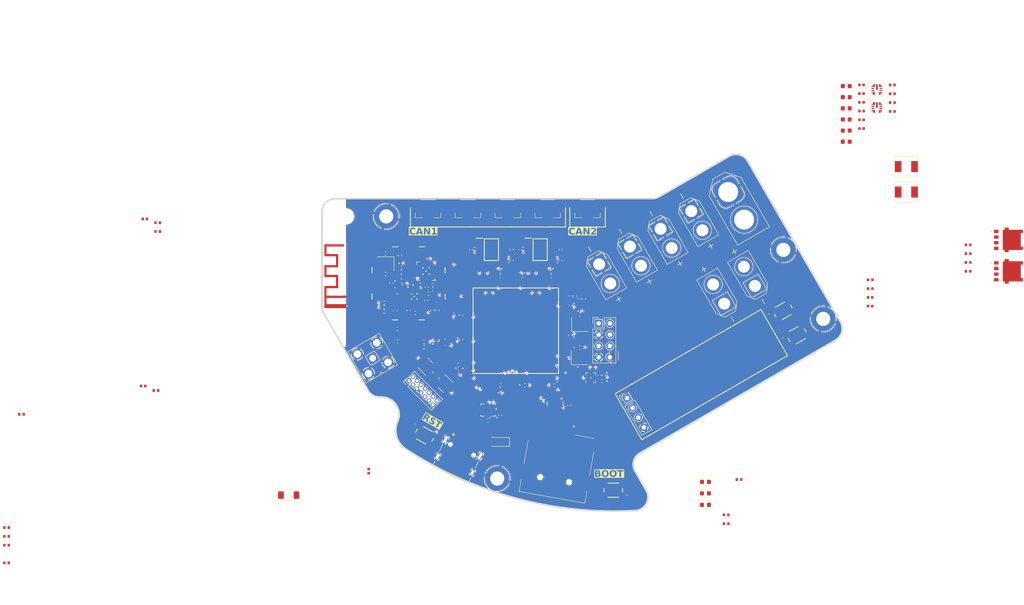
<source format=kicad_pcb>
(kicad_pcb (version 20221018) (generator pcbnew)
  (layers (0 "F.Cu" signal) (1 "In1.Cu" signal) (2 "In2.Cu" signal) (31 "B.Cu" signal) (34 "B.Paste" user) (35 "F.Paste" user) (36 "B.SilkS" user "B.Silkscreen") (37 "F.SilkS" user "F.Silkscreen") (38 "B.Mask" user) (39 "F.Mask" user) (44 "Edge.Cuts" user))
  (net 0 "")
  (net 1 "+3V3")
  (net 2 "GND")
  (net 3 "+5V")
  (net 4 "+3.3V")
  (net 69 "VBUS")
  (net 70 "/Microcontroller/LEDR_K")
  (net 71 "/Microcontroller/LEDG_K")
  (net 72 "/Microcontroller/LEDB_K")
  (net 73 "/Microcontroller/CC1")
  (net 74 "/Microcontroller/CC2")
  (net 77 "/Power/RP_PMOS_G")
  (net 78 "/Microcontroller/DAT2")
  (net 79 "/Microcontroller/DAT3")
  (net 80 "/Microcontroller/CMD")
  (net 81 "/Microcontroller/CLK")
  (net 82 "/Microcontroller/DAT0")
  (net 83 "/Microcontroller/DAT1")
  (net 85 "/Wireless/DVDD")
  (net 86 "/Wireless/ANT2_50")
  (net 87 "/Wireless/VDD_PA")
  (net 88 "/Wireless/XC1")
  (net 89 "/Wireless/XC2")
  (net 90 "/Wireless/ANT2")
  (net 91 "/Wireless/ANT1")
  (net 92 "/Wireless/IREF")
  (net 93 "/Wireless/ANT_PCB")
  (net 94 "/Wireless/ANT_F1")
  (net 95 "/Wireless/ANT_F2")
  (net 96 "/Wireless/ANT_SMA")
  (net 97 "/Microcontroller/SDMMC2_CD")
  (net 98 "/Microcontroller/SDMMC2_D2")
  (net 99 "/Microcontroller/SDMMC2_D3")
  (net 100 "/Microcontroller/SDMMC2_CMD")
  (net 101 "/Microcontroller/SDMMC2_CLK")
  (net 102 "/Microcontroller/SDMMC2_D0")
  (net 103 "/Microcontroller/SDMMC2_D1")
  (net 104 "/Microcontroller/USB_DP")
  (net 105 "/Microcontroller/USB_DN")
  (net 106 "/Wireless/TXEN")
  (net 107 "/Wireless/RXEN")
  (net 108 "/Wireless/VCTL")
  (net 109 "/Wireless/RF2")
  (net 111 "/Microcontroller/CAN1_SILENT")
  (net 112 "/Microcontroller/CAN2_SILENT")
  (net 113 "/Microcontroller/MAG_C1")
  (net 114 "VBAT")
  (net 115 "/Power/VCC_5V")
  (net 116 "/Power/SW_5V")
  (net 117 "/Power/BOOT_5V")
  (net 118 "/Power/VCC_3V3")
  (net 119 "/Power/SW_3V3")
  (net 120 "/Power/BOOT_3V3")
  (net 121 "/Power/FV_5V")
  (net 122 "/Power/FV_3V3")
  (net 125 "/Microcontroller/OSC_32")
  (net 126 "/Microcontroller/OSC")
  (net 127 "/Microcontroller/NRST")
  (net 128 "/Microcontroller/BTN1")
  (net 129 "/Microcontroller/BOOT")
  (net 130 "/Microcontroller/BTN2")
  (net 131 "/Microcontroller/LEDR")
  (net 132 "/Microcontroller/LEDG")
  (net 133 "/Microcontroller/LEDB")
  (net 134 "/Microcontroller/CAN1_TX")
  (net 135 "/Microcontroller/CAN1_RX")
  (net 136 "/Microcontroller/CAN1_L")
  (net 137 "/Microcontroller/CAN1_H")
  (net 138 "/Microcontroller/CAN2_TX")
  (net 139 "/Microcontroller/CAN2_RX")
  (net 140 "/Microcontroller/CAN2_L")
  (net 141 "/Microcontroller/CAN2_H")
  (net 144 "/Microcontroller/SWDIO")
  (net 145 "/Microcontroller/SWCLK")
  (net 146 "/Microcontroller/SWO")
  (net 149 "/Microcontroller/USART1_RX")
  (net 150 "/Microcontroller/USART1_TX")
  (net 151 "/Microcontroller/I2C1_SDA")
  (net 152 "/Microcontroller/I2C1_SCL")
  (net 153 "/Power/TRIG1_D")
  (net 154 "/Power/TRIG2_D")
  (net 155 "/Power/TRIG1_G")
  (net 156 "/Power/TRIG1")
  (net 157 "/Power/TRIG2_G")
  (net 158 "/Power/TRIG2")
  (net 159 "/Microcontroller/NRF24_CE")
  (net 168 "/Microcontroller/SPI4_SCK")
  (net 169 "/Microcontroller/MAG_INT")
  (net 170 "/Microcontroller/MAG_DRDY")
  (net 171 "/Microcontroller/SPI4_MISO")
  (net 172 "/Microcontroller/SPI4_CS")
  (net 173 "/Microcontroller/SPI4_MOSI")
  (net 174 "/Microcontroller/NRF24_IRQ")
  (net 175 "/Microcontroller/SPI2.MISO")
  (net 176 "/Microcontroller/SPI2.MOSI")
  (net 177 "/Microcontroller/SPI2.SCK")
  (net 178 "/Microcontroller/SPI2.CS")
  (net 185 "/Microcontroller/I2C3_SCL")
  (net 186 "/Microcontroller/I2C3_SDA")
  (net 187 "/Microcontroller/EEPROM_WC")
  (net 188 "/Microcontroller/VDDA")
  (net 189 "/Microcontroller/VREF+")
  (net 190 "/Microcontroller/VCAP1")
  (net 191 "/Microcontroller/VCAP2")
  (net 192 "VSYS")
  (net 193 "/Wireless/RFC")
  (net 194 "/Microcontroller/NRF24_MODE")
  (net 199 "/Microcontroller/SPI3_CS")
  (net 200 "/Microcontroller/SPI3_SCK")
  (net 201 "/Microcontroller/SPI3_MISO")
  (net 202 "/Microcontroller/SPI3_MOSI")
  (net 205 "/Microcontroller/IMU_INT1")
  (net 206 "/Microcontroller/IMU_INT2")
  (footprint "Capacitor_SMD:C_0402_1005Metric" (layer "F.Cu") (at 218.53 50.99)
    (fp_text reference "C312" hide)
    (fp_text value "100n")
  )
  (footprint "Capacitor_SMD:C_0402_1005Metric" (layer "F.Cu") (at 111.1 91.7)
    (fp_text reference "C410" hide)
    (fp_text value "22p")
  )
  (footprint "SSL Footprints:SOIC127P600X175-8N" (layer "F.Cu") (at 135 86.2)
    (fp_text reference "IC202" hide)
    (fp_text value "TJA1057GT/3" hide)
  )
  (footprint "Inductor_SMD:L_Chilisin_BMRA00040420" (layer "F.Cu") (at 228.65 73.2)
    (fp_text reference "L305" hide)
    (fp_text value "4u7")
  )
  (footprint "Package_LGA:LGA-12_2x2mm_P0.5mm" (layer "F.Cu") (at 157.4 115.1 90)
    (fp_text reference "U206" hide)
    (fp_text value "LIS3MDL")
  )
  (footprint "Capacitor_SMD:C_0402_1005Metric" (layer "F.Cu") (at 152.9 98.8 90)
    (fp_text reference "C218" hide)
    (fp_text value "100n")
  )
  (footprint "Capacitor_SMD:C_0402_1005Metric" (layer "F.Cu") (at 128.2 101 90)
    (fp_text reference "C206" hide)
    (fp_text value "100n")
  )
  (footprint "Capacitor_SMD:C_0402_1005Metric" (layer "F.Cu") (at 152.6 121.4 90)
    (fp_text reference "C222" hide)
    (fp_text value "10u")
  )
  (footprint "Resistor_SMD:R_0402_1005Metric" (layer "F.Cu") (at 187.98 146.06)
    (fp_text reference "R211" hide)
    (fp_text value "2k7")
  )
  (footprint "Capacitor_SMD:C_0402_1005Metric" (layer "F.Cu") (at 220.48 96.98)
    (fp_text reference "C204" hide)
    (fp_text value "10n")
  )
  (footprint "Resistor_SMD:R_0402_1005Metric" (layer "F.Cu") (at 119.8 108.2)
    (fp_text reference "R214" hide)
    (fp_text value "4k7")
  )
  (footprint "SSL Footprints:TS204225WT160SMTTRMSL" (layer "F.Cu") (at 200.85 100.04404 30)
    (fp_text reference "S201" hide)
    (fp_text value "TS20-42-25-WT-160-SMT-TR" hide)
  )
  (footprint "Resistor_SMD:R_0402_1005Metric" (layer "F.Cu") (at 25.57 150.92)
    (fp_text reference "R204" hide)
    (fp_text value "4k7")
  )
  (footprint "Resistor_SMD:R_0402_1005Metric" (layer "F.Cu") (at 110.8 99.2)
    (fp_text reference "R404" hide)
    (fp_text value "1k")
  )
  (footprint "Capacitor_SMD:C_0402_1005Metric" (layer "F.Cu") (at 137 123.6 -90)
    (fp_text reference "C229" hide)
    (fp_text value "100n")
  )
  (footprint "Capacitor_SMD:C_0402_1005Metric" (layer "F.Cu") (at 112.375 93.75 -90)
    (fp_text reference "C408" hide)
    (fp_text value "10n")
  )
  (footprint "Capacitor_SMD:C_0603_1608Metric" (layer "F.Cu") (at 215.09 59.33)
    (fp_text reference "C319" hide)
    (fp_text value "22u")
  )
  (footprint "Resistor_SMD:R_0402_1005Metric" (layer "F.Cu") (at 225.49 51.02)
    (fp_text reference "R309" hide)
    (fp_text value "12k4")
  )
  (footprint "Capacitor_SMD:C_0402_1005Metric" (layer "F.Cu") (at 107.3 136.2 90)
    (fp_text reference "C203" hide)
    (fp_text value "10n")
  )
  (footprint "Resistor_SMD:R_0402_1005Metric" (layer "F.Cu") (at 242.59 85.12)
    (fp_text reference "R312" hide)
    (fp_text value "10R")
  )
  (footprint "Package_TO_SOT_SMD:SOT-23-6" (layer "F.Cu") (at 120.1 112.3 135)
    (fp_text reference "U202" hide)
    (fp_text value "USBLC6-4SC6")
  )
  (footprint "Resistor_SMD:R_0402_1005Metric" (layer "F.Cu") (at 121.7 99.9 90)
    (fp_text reference "R407" hide)
    (fp_text value "22k")
  )
  (footprint "Package_DFN_QFN:QFN-20-1EP_4x4mm_P0.5mm_EP2.5x2.5mm" (layer "F.Cu") (at 120.275 91.05 180)
    (fp_text reference "U401" hide)
    (fp_text value "NRF24L01")
  )
  (footprint "SSL Footprints:SKY13453385LF" (layer "F.Cu") (at 114.175 95.05)
    (fp_text reference "S401" hide)
    (fp_text value "SKY13453-385LF" hide)
  )
  (footprint "Capacitor_SMD:C_0402_1005Metric" (layer "F.Cu") (at 159.4 114.5 90)
    (fp_text reference "C228" hide)
    (fp_text value "100n")
  )
  (footprint "Capacitor_SMD:C_0402_1005Metric" (layer "F.Cu") (at 218.53 56.9)
    (fp_text reference "C321" hide)
    (fp_text value "100n")
  )
  (footprint "Capacitor_SMD:C_0603_1608Metric" (layer "F.Cu") (at 215.09 49.29)
    (fp_text reference "C313" hide)
    (fp_text value "2u2")
  )
  (footprint "Connector_PinHeader_2.54mm:PinHeader_2x04_P2.54mm_Vertical" (layer "F.Cu") (at 159.21 102.86)
    (fp_text reference "J204" hide)
    (fp_text value "Conn_02x04_Odd_Even")
  )
  (footprint "Capacitor_SMD:C_0402_1005Metric" (layer "F.Cu") (at 127.2 101 90)
    (fp_text reference "C208" hide)
    (fp_text value "100n")
  )
  (footprint "Connector_PinHeader_1.27mm:PinHeader_2x07_P1.27mm_Vertical" (layer "F.Cu") (at 116.407898 115.803949 45)
    (fp_text reference "J205" hide)
    (fp_text value "Conn_ST_STDC14")
  )
  (footprint "Resistor_SMD:R_0402_1005Metric" (layer "F.Cu") (at 118.975 94.15)
    (fp_text reference "R401" hide)
    (fp_text value "22k")
  )
  (footprint "SSL Footprints:Texas_SWRA117D_2.4GHz_Right" (layer "F.Cu") (at 102.4375 96.85 90)
    (fp_text reference "AE401" hide)
    (fp_text value "Antenna")
  )
  (footprint "Capacitor_SMD:C_0402_1005Metric" (layer "F.Cu") (at 113.78 106.9 180)
    (fp_text reference "C417" hide)
    (fp_text value "1p5")
  )
  (footprint "Inductor_SMD:L_0402_1005Metric" (layer "F.Cu") (at 116.175 91.8 90)
    (fp_text reference "L401" hide)
    (fp_text value "3n9")
  )
  (footprint "SSL Footprints:SMS202F" (layer "F.Cu") (at 116.3 93.8)
    (fp_text reference "SH401" hide)
    (fp_text value "SMS-202F" hide)
  )
  (footprint "Resistor_SMD:R_0402_1005Metric" (layer "F.Cu") (at 139.6 86.2 -90)
    (fp_text reference "R209" hide)
    (fp_text value "120R")
  )
  (footprint "Capacitor_SMD:C_0402_1005Metric" (layer "F.Cu") (at 116.275 99.95 -90)
    (fp_text reference "C414" hide)
    (fp_text value "1p5")
  )
  (footprint "Capacitor_SMD:C_0402_1005Metric" (layer "F.Cu") (at 121.775 94.15 180)
    (fp_text reference "C407" hide)
    (fp_text value "33n")
  )
  (footprint "SSL Footprints:LMR43620MB5RPER_TEX" (layer "F.Cu") (at 222.0017 50.06535)
    (fp_text reference "U301" hide)
    (fp_text value "LMR43620MB5RPER")
  )
  (footprint "Capacitor_SMD:C_0603_1608Metric" (layer "F.Cu") (at 215.09 61.84)
    (fp_text reference "C320" hide)
    (fp_text value "22u")
  )
  (footprint "Resistor_SMD:R_0402_1005Metric" (layer "F.Cu") (at 150.6 86.2 -90)
    (fp_text reference "R208" hide)
    (fp_text value "120R")
  )
  (footprint "Resistor_SMD:R_0402_1005Metric" (layer "F.Cu") (at 225.49 53.01)
    (fp_text reference "R310" hide)
    (fp_text value "33k2")
  )
  (footprint "Capacitor_SMD:C_0603_1608Metric" (layer "F.Cu") (at 215.09 51.8)
    (fp_text reference "C314" hide)
    (fp_text value "22u")
  )
  (footprint "Capacitor_SMD:C_0402_1005Metric" (layer "F.Cu") (at 121.775 95.15 180)
    (fp_text reference "C401" hide)
    (fp_text value "10n")
  )
  (footprint "Capacitor_SMD:C_0603_1608Metric" (layer "F.Cu") (at 215.09 54.31)
    (fp_text reference "C315" hide)
    (fp_text value "22u")
  )
  (footprint "Capacitor_SMD:C_0402_1005Metric" (layer "F.Cu") (at 128.2 106.5 90)
    (fp_text reference "C207" hide)
    (fp_text value "100n")
  )
  (footprint "Capacitor_SMD:C_0402_1005Metric" (layer "F.Cu") (at 134.2 124.8)
    (fp_text reference "C225" hide)
    (fp_text value "100n")
  )
  (footprint "Resistor_SMD:R_0402_1005Metric" (layer "F.Cu") (at 114.375 87.55 90)
    (fp_text reference "R402" hide)
    (fp_text value "1M")
  )
  (footprint "Resistor_SMD:R_0402_1005Metric" (layer "F.Cu") (at 242.59 87.11)
    (fp_text reference "R313" hide)
    (fp_text value "10R")
  )
  (footprint "Capacitor_SMD:C_0402_1005Metric" (layer "F.Cu") (at 159.9 115.9)
    (fp_text reference "C231" hide)
    (fp_text value "100n")
  )
  (footprint "Resistor_SMD:R_0402_1005Metric" (layer "F.Cu") (at 59.68 80.1175)
    (fp_text reference "R201" hide)
    (fp_text value "5k1")
  )
  (footprint "Capacitor_SMD:C_0402_1005Metric" (layer "F.Cu") (at 154.9 97.3 90)
    (fp_text reference "C235" hide)
    (fp_text value "100n")
  )
  (footprint "Capacitor_SMD:C_0603_1608Metric" (layer "F.Cu") (at 215.09 56.82)
    (fp_text reference "C316" hide)
    (fp_text value "2u2")
  )
  (footprint "Capacitor_SMD:C_0402_1005Metric" (layer "F.Cu") (at 127.5 112.3 180)
    (fp_text reference "C238" hide)
    (fp_text value "100n")
  )
  (footprint "Connector_AMASS:AMASS_XT30U-F_1x02_P5.0mm_Vertical" (layer "F.Cu") (at 194.475 94.390064 120)
    (fp_text reference "J310" hide)
    (fp_text value "Conn_01x02")
  )
  (footprint "SSL Footprints:BMI270_BOS" (layer "F.Cu") (at 134.25 122.4)
    (fp_text reference "U204" hide)
    (fp_text value "BMI270" hide)
  )
  (footprint "Inductor_SMD:L_0402_1005Metric" (layer "F.Cu") (at 116.175 89.8 90)
    (fp_text reference "L404" hide)
    (fp_text value "2n7")
  )
  (footprint "Diode_SMD:D_MiniMELF" (layer "F.Cu") (at 89.25 141.6)
    (fp_text reference "D303" hide)
    (fp_text value "ZMM10V")
  )
  (footprint "SSL Footprints:SM02BGHSTBLFSN" (layer "F.Cu") (at 156.7 77.5 180)
    (fp_text reference "J212" hide)
    (fp_text value "SM02B-GHS-TB_LF__SN_" hide)
  )
  (footprint "Inductor_SMD:L_0402_1005Metric" (layer "F.Cu") (at 117.175 90.8 90)
    (fp_text reference "L403" hide)
    (fp_text value "8n2")
  )
  (footprint "SSL Footprints:QFN50P300X300X60-17N-D" (layer "F.Cu") (at 117.575 96.75 -90)
    (fp_text reference "U402" hide)
    (fp_text value "RFX2401C" hide)
  )
  (footprint "SSL Footprints:SMA_Amphenol_901-143_Horizontal" (layer "F.Cu") (at 108.2 110.7 120)
    (fp_text reference "J401" hide)
    (fp_text value "Conn_Coaxial")
  )
  (footprint "Package_TO_SOT_SMD:SOT-23-6" (layer "F.Cu") (at 124.7 116.8 -45)
    (fp_text reference "U203" hide)
    (fp_text value "USBLC6-4SC6")
  )
  (footprint "Capacitor_SMD:C_0402_1005Metric" (layer "F.Cu") (at 154.9 108.3 180)
    (fp_text reference "C202" hide)
    (fp_text value "100n")
  )
  (footprint "SSL Footprints:SM02BGHSTBLFSN" (layer "F.Cu") (at 147.7 77.5 180)
    (fp_text reference "J211" hide)
    (fp_text value "SM02B-GHS-TB_LF__SN_" hide)
  )
  (footprint "SSL Footprints:MEM20750014001A" (layer "F.Cu") (at 150 134.5 -10)
    (fp_text reference "J201" hide)
    (fp_text value "MEM2075-00-140-01-A" hide)
  )
  (footprint "Capacitor_SMD:C_0402_1005Metric" (layer "F.Cu") (at 56.4 116.97)
    (fp_text reference "C237" hide)
    (fp_text value "100n")
  )
  (footprint "Capacitor_SMD:C_0402_1005Metric" (layer "F.Cu") (at 148.5 91.2)
    (fp_text reference "C214" hide)
    (fp_text value "100n")
  )
  (footprint "SSL Footprints:SM02BGHSTBLFSN" (layer "F.Cu") (at 129.7 77.5 180)
    (fp_text reference "J209" hide)
    (fp_text value "SM02B-GHS-TB_LF__SN_" hide)
  )
  (footprint "Capacitor_SMD:C_0402_1005Metric" (layer "F.Cu") (at 114.675 91.25)
    (fp_text reference "C404" hide)
    (fp_text value "2n2")
  )
  (footprint "Capacitor_SMD:C_0402_1005Metric" (layer "F.Cu") (at 122.6 107.1 -90)
    (fp_text reference "C232" hide)
    (fp_text value "100n")
  )
  (footprint "Connector_PinHeader_2.54mm:PinHeader_1x04_P2.54mm_Vertical" (layer "F.Cu") (at 165.6 119.709104 30)
    (fp_text reference "J207" hide)
    (fp_text value "Conn_01x04")
  )
  (footprint "Capacitor_SMD:C_0402_1005Metric" (layer "F.Cu") (at 150.6 88.6 -90)
    (fp_text reference "C223" hide)
    (fp_text value "100n")
  )
  (footprint "Capacitor_SMD:C_0402_1005Metric" (layer "F.Cu") (at 155.9 97.3 90)
    (fp_text reference "C236" hide)
    (fp_text value "1u")
  )
  (footprint "Resistor_SMD:R_0402_1005Metric" (layer "F.Cu") (at 119.8 107.01)
    (fp_text reference "R215" hide)
    (fp_text value "4k7")
  )
  (footprint "Capacitor_SMD:C_0402_1005Metric" (layer "F.Cu") (at 127.5 113.7 180)
    (fp_text reference "C209" hide)
    (fp_text value "100n")
  )
  (footprint "SSL Footprints:SOIC127P600X175-8N" (layer "F.Cu") (at 146 86.2)
    (fp_text reference "IC203" hide)
    (fp_text value "TJA1057GT/3" hide)
  )
  (footprint "Capacitor_SMD:C_0402_1005Metric" (layer "F.Cu") (at 56.79 79.2675)
    (fp_text reference "C220" hide)
    (fp_text value "10n")
  )
  (footprint "Capacitor_SMD:C_0402_1005Metric" (layer "F.Cu") (at 153.9 96.7 90)
    (fp_text reference "C234" hide)
    (fp_text value "1u")
  )
  (footprint "SSL Footprints:QFP50P2200X2200X160-144N" (layer "F.Cu") (at 140.5 104.5 180)
    (fp_text reference "U201" hide)
    (fp_text value "STM32H723ZGT6" hide)
  )
  (footprint "Resistor_SMD:R_0402_1005Metric" (layer "F.Cu") (at 225.49 55)
    (fp_text reference "R311" hide)
    (fp_text value "14k3")
  )
  (footprint "Connector_AMASS:AMASS_XT30U-F_1x02_P5.0mm_Vertical" (layer "F.Cu") (at 187.546797 98.390064 120)
    (fp_text reference "J309" hide)
    (fp_text value "Conn_01x02")
  )
  (footprint "Resistor_SMD:R_0402_1005Metric" (layer "F.Cu") (at 242.59 91.09)
    (fp_text reference "R315" hide)
    (fp_text value "10k")
  )
  (footprint "Capacitor_SMD:C_0402_1005Metric" (layer "F.Cu") (at 120.375 94.65 90)
    (fp_text reference "C406" hide)
    (fp_text value "1n")
  )
  (footprint "Capacitor_SMD:C_0402_1005Metric" (layer "F.Cu") (at 141.5 86.2 90)
    (fp_text reference "C227" hide)
    (fp_text value "100n")
  )
  (footprint "Capacitor_SMD:C_0402_1005Metric" (layer "F.Cu") (at 114.675 93.25 180)
    (fp_text reference "C403" hide)
    (fp_text value "1p")
  )
  (footprint "Inductor_SMD:L_0402_1005Metric" (layer "F.Cu") (at 113.28 105.5 90)
    (fp_text reference "L405" hide)
    (fp_text value "2n4")
  )
  (footprint "Resistor_SMD:R_0402_1005Metric" (layer "F.Cu") (at 25.57 148.93)
    (fp_text reference "R203" hide)
    (fp_text value "4k7")
  )
  (footprint "Resistor_SMD:R_0402_1005Metric" (layer "F.Cu") (at 220.5 93.01)
    (fp_text reference "R206" hide)
    (fp_text value "10k")
  )
  (footprint "Capacitor_SMD:C_0402_1005Metric" (layer "F.Cu") (at 152.9 96.7 90)
    (fp_text reference "C233" hide)
    (fp_text value "100n")
  )
  (footprint "Oscillator:Oscillator_SMD_Abracon_ASE-4Pin_3.2x2.5mm" (layer "F.Cu") (at 111.1 89.4 180)
    (fp_text reference "Y402" hide)
    (fp_text value "16M")
  )
  (footprint "Capacitor_SMD:C_0402_1005Metric" (layer "F.Cu") (at 148.5 92.2)
    (fp_text reference "C212" hide)
    (fp_text value "100n")
  )
  (footprint "Connector_AMASS:AMASS_XT30U-F_1x02_P5.0mm_Vertical" (layer "F.Cu") (at 173.181406 81.509936 -60)
    (fp_text reference "J306" hide)
    (fp_text value "Conn_01x02")
  )
  (footprint "Resistor_SMD:R_0402_1005Metric" (layer "F.Cu") (at 242.59 89.1)
    (fp_text reference "R314" hide)
    (fp_text value "10k")
  )
  (footprint "LED_SMD:LED_0603_1608Metric" (layer "F.Cu") (at 183.3125 141.21)
    (fp_text reference "D203" hide)
    (fp_text value "Green")
  )
  (footprint "Capacitor_SMD:C_0402_1005Metric" (layer "F.Cu") (at 117.775 100.45 180)
    (fp_text reference "C413" hide)
    (fp_text value "0p3")
  )
  (footprint "Resistor_SMD:R_0402_1005Metric" (layer "F.Cu") (at 28.93 123.36)
    (fp_text reference "R307" hide)
    (fp_text value "2k2")
  )
  (footprint "Connector_AMASS:AMASS_XT60-M_1x02_P7.20mm_Vertical" (layer "F.Cu") (at 188.4375 73.194809 -60)
    (fp_text reference "J301" hide)
    (fp_text value "Conn_01x02")
  )
  (footprint "Capacitor_SMD:C_0402_1005Metric" (layer "F.Cu") (at 160.4 114.5 90)
    (fp_text reference "C230" hide)
    (fp_text value "1u")
  )
  (footprint "Capacitor_SMD:C_0402_1005Metric" (layer "F.Cu") (at 218.53 54.93)
    (fp_text reference "C318" hide)
    (fp_text value "100n")
  )
  (footprint "Capacitor_SMD:C_0402_1005Metric" (layer "F.Cu") (at 149.2 116.8)
    (fp_text reference "C215" hide)
    (fp_text value "100n")
  )
  (footprint "Capacitor_SMD:C_0402_1005Metric" (layer "F.Cu") (at 152.8 105.58 -90)
    (fp_text reference "C213" hide)
    (fp_text value "100n")
  )
  (footprint "Inductor_SMD:L_0402_1005Metric" (layer "F.Cu") (at 114.775 100.45)
    (fp_text reference "L402" hide)
    (fp_text value "2n4")
  )
  (footprint "Capacitor_SMD:C_0402_1005Metric" (layer "F.Cu") (at 120.275 97.65 90)
    (fp_text reference "C409" hide)
    (fp_text value "1u")
  )
  (footprint "Capacitor_SMD:C_0402_1005Metric" (layer "F.Cu") (at 218.53 49.02)
    (fp_text reference "C311" hide)
    (fp_text value "1u")
  )
  (footprint "SSL Footprints:TS204225WT160SMTTRMSL" (layer "F.Cu") (at 162.5 140.5 180)
    (fp_text reference "S202" hide)
    (fp_text value "TS20-42-25-WT-160-SMT-TR" hide)
  )
  (footprint "SSL Footprints:LMR43620MB5RPER_TEX" (layer "F.Cu") (at 222.0017 54.12605)
    (fp_text reference "U302" hide)
    (fp_text value "LMR43620MB5RPER")
  )
  (footprint "Capacitor_SMD:C_0402_1005Metric" (layer "F.Cu") (at 220.48 98.95)
    (fp_text reference "C221" hide)
    (fp_text value "10n")
  )
  (footprint "Resistor_SMD:R_0402_1005Metric" (layer "F.Cu") (at 190.89 138.1)
    (fp_text reference "R213" hide)
    (fp_text value "2k7")
  )
  (footprint "SSL Footprints:TS204225WT160SMTTRMSL" (layer "F.Cu") (at 204 105.5 30)
    (fp_text reference "S204" hide)
    (fp_text value "TS20-42-25-WT-160-SMT-TR" hide)
  )
  (footprint "SSL Footprints:main_board_outline_v2" (layer "F.Cu") (at 150.04296 100.16033 30)
    (fp_text reference "OL101" hide)
    (fp_text value "Main_board_outline_v2")
    (fp_line (start -46.00868 -26.078963) (end -46.00868 -6.023402) (stroke (width 0.35)) (layer "Edge.Cuts"))
    (fp_line (start -34.916356 -46.095278) (end -45.606756 -27.578963) (stroke (width 0.35)) (layer "Edge.Cuts"))
    (fp_line (start -30.81828 -47.193354) (end 31.174296 -11.401924) (stroke (width 0.35)) (layer "Edge.Cuts"))
    (fp_line (start -3.00868 39.883252) (end -3.00868 44.928846) (stroke (width 0.35)) (layer "Edge.Cuts"))
    (fp_line (start 32.674296 -11) (end 50.99132 -11) (stroke (width 0.35)) (layer "Edge.Cuts"))
    (fp_line (start 50.99132 36.883252) (end -0.00868 36.883252) (stroke (width 0.35)) (layer "Edge.Cuts"))
    (fp_line (start 53.99132 -8) (end 53.99132 33.883252) (stroke (width 0.35)) (layer "Edge.Cuts"))
    (fp_arc (start -46.00868 -26.078963) (mid -45.906466 -26.855423) (end -45.606756 -27.578963) (stroke (width 0.35)) (layer "Edge.Cuts"))
    (fp_arc (start -45.241243 9.717693) (mid -45.646335 6.311399) (end -43.761 3.445662) (stroke (width 0.35)) (layer "Edge.Cuts"))
    (fp_arc (start -44.353144 -3.341534) (mid -45.561442 -4.447564) (end -46.00868 -6.023402) (stroke (width 0.35)) (layer "Edge.Cuts"))
    (fp_arc (start -44.353144 -3.341534) (mid -42.160897 -0.113367) (end -43.761 3.445662) (stroke (width 0.35)) (layer "Edge.Cuts"))
    (fp_arc (start -34.916356 -46.095278) (mid -33.094743 -47.49308) (end -30.81828 -47.193354) (stroke (width 0.35)) (layer "Edge.Cuts"))
    (fp_arc (start -7.364102 47.605193) (mid -29.328177 31.68612) (end -45.241243 9.717693) (stroke (width 0.35)) (layer "Edge.Cuts"))
    (fp_arc (start -3.00868 39.883252) (mid -2.129988 37.761944) (end -0.00868 36.883252) (stroke (width 0.35)) (layer "Edge.Cuts"))
    (fp_arc (start -3.00868 44.928846) (mid -4.43804 47.484867) (end -7.364102 47.605193) (stroke (width 0.35)) (layer "Edge.Cuts"))
    (fp_arc (start 32.674296 -11) (mid 31.897841 -11.102227) (end 31.174296 -11.401924) (stroke (width 0.35)) (layer "Edge.Cuts"))
    (fp_arc (start 50.99132 -11) (mid 53.112657 -10.121342) (end 53.99132 -8) (stroke (width 0.35)) (layer "Edge.Cuts"))
    (fp_arc (start 53.99132 33.883252) (mid 53.112652 36.004575) (end 50.99132 36.883252) (stroke (width 0.35)) (layer "Edge.Cuts"))
  )
  (footprint "Capacitor_SMD:C_0402_1005Metric" (layer "F.Cu") (at 137 116.8 180)
    (fp_text reference "C210" hide)
    (fp_text value "100n")
  )
  (footprint "Connector_AMASS:AMASS_XT30U-F_1x02_P5.0mm_Vertical" (layer "F.Cu") (at 180.109609 77.509936 -60)
    (fp_text reference "J305" hide)
    (fp_text value "Conn_01x02")
  )
  (footprint "Capacitor_SMD:C_0402_1005Metric" (layer "F.Cu") (at 137 91.2)
    (fp_text reference "C219" hide)
    (fp_text value "10u")
  )
  (footprint "Diode_SMD:D_SOD-123" (layer "F.Cu") (at 136.7 129.6 180)
    (fp_text reference "D201" hide)
    (fp_text value "SS0540_R1_00001")
  )
  (footprint "Oscillator:Oscillator_SMD_Abracon_ASE-4Pin_3.2x2.5mm" (layer "F.Cu") (at 154.9 110.6)
    (fp_text reference "X202" hide)
    (fp_text value "32.768kHz_Clock")
  )
  (footprint "Resistor_SMD:R_0402_1005Metric" (layer "F.Cu") (at 122.8 99.91 -90)
    (fp_text reference "R406" hide)
    (fp_text value "22k")
  )
  (footprint "Resistor_SMD:R_0402_1005Metric" (layer "F.Cu") (at 225.49 49.03)
    (fp_text reference "R308" hide)
    (fp_text value "49k9")
  )
  (footprint "Capacitor_SMD:C_0402_1005Metric" (layer "F.Cu") (at 218.53 52.96)
    (fp_text reference "C317" hide)
    (fp_text value "1u")
  )
  (footprint "Capacitor_SMD:C_0402_1005Metric" (layer "F.Cu") (at 111.1 87.1 180)
    (fp_text reference "C411" hide)
    (fp_text value "22p")
  )
  (footprint "Resistor_SMD:R_0402_1005Metric" (layer "F.Cu") (at 25.57 156.89)
    (fp_text reference "R207" hide)
    (fp_text value "10k")
  )
  (footprint "Capacitor_SMD:C_0402_1005Metric" (layer "F.Cu") (at 218.53 58.87)
    (fp_text reference "C322" hide)
    (fp_text value "100n")
  )
  (footprint "Resistor_SMD:R_0402_1005Metric" (layer "F.Cu") (at 220.5 95)
    (fp_text reference "R210" hide)
    (fp_text value "10k")
  )
  (footprint "Capacitor_SMD:C_0402_1005Metric" (layer "F.Cu") (at 120.775 96.15 180)
    (fp_text reference "C412" hide)
    (fp_text value "220p")
  )
  (footprint "Connector_AMASS:AMASS_XT30U-F_1x02_P5.0mm_Vertical" (layer "F.Cu") (at 166.253203 85.509936 -60)
    (fp_text reference "J307" hide)
    (fp_text value "Conn_01x02")
  )
  (footprint "Capacitor_SMD:C_0402_1005Metric" (layer "F.Cu") (at 137 117.8 180)
    (fp_text reference "C211" hide)
    (fp_text value "10u")
  )
  (footprint "SSL Footprints:TRANS_NVMFS5834NLWFT1G" (layer "F.Cu") (at 251.7 91.1)
    (fp_text reference "T302" hide)
    (fp_text value "NVMFS4C05NT1G" hide)
  )
  (footprint "Capacitor_SMD:C_0402_1005Metric" (layer "F.Cu") (at 155 100.8 180)
    (fp_text reference "C201" hide)
    (fp_text value "100n")
  )
  (footprint "SSL Footprints:HRO_TYPE-C-31-M-12" (layer "F.Cu") (at 126.805686 134.708709 -25)
    (fp_text reference "J203" hide)
    (fp_text value "TYPE-C-31-M-12" hide)
  )
  (footprint "SSL Footprints:SM02BGHSTBLFSN" (layer "F.Cu") (at 120.7 77.5 180)
    (fp_text reference "J208" hide)
    (fp_text value "SM02B-GHS-TB_LF__SN_" hide)
  )
  (footprint "SSL Footprints:TS204225WT160SMTTRMSL" (layer "F.Cu") (at 119.9 128.1 -30)
    (fp_text reference "S203" hide)
    (fp_text value "TS20-42-25-WT-160-SMT-TR" hide)
  )
  (footprint "LED_SMD:LED_0603_1608Metric" (layer "F.Cu") (at 183.3125 138.62)
    (fp_text reference "D202" hide)
    (fp_text value "Red")
  )
  (footprint "Capacitor_SMD:C_0402_1005Metric" (layer "F.Cu") (at 130.4 86.2 90)
    (fp_text reference "C226" hide)
    (fp_text value "100n")
  )
  (footprint "Capacitor_SMD:C_0402_1005Metric" (layer "F.Cu") (at 137 92.2)
    (fp_text reference "C205" hide)
    (fp_text value "100n")
  )
  (footprint "Resistor_SMD:R_0402_1005Metric" (layer "F.Cu") (at 187.98 148.05)
    (fp_text reference "R212" hide)
    (fp_text value "2k7")
  )
  (footprint "Resistor_SMD:R_0402_1005Metric" (layer "F.Cu") (at 110.8 98.2)
    (fp_text reference "R403" hide)
    (fp_text value "1k")
  )
  (footprint "Capacitor_SMD:C_0402_1005Metric" (layer "F.Cu") (at 113.78 104.1 180)
    (fp_text reference "C416" hide)
    (fp_text value "1p5")
  )
  (footprint "SSL Footprints:DMP2066UFDE7" (layer "F.Cu") (at 162.65 110.2)
    (fp_text reference "Q302" hide)
    (fp_text value "DMP3028LFDE" hide)
  )
  (footprint "Capacitor_SMD:C_0402_1005Metric" (layer "F.Cu") (at 142.5 116.8 180)
    (fp_text reference "C216" hide)
    (fp_text value "100n")
  )
  (footprint "SSL Footprints:SM02BGHSTBLFSN" (layer "F.Cu") (at 138.7 77.5 180)
    (fp_text reference "J210" hide)
    (fp_text value "SM02B-GHS-TB_LF__SN_" hide)
  )
  (footprint "Resistor_SMD:R_0402_1005Metric" (layer "F.Cu") (at 59.29 118)
    (fp_text reference "FB201" hide)
    (fp_text value "120R@100MHz")
  )
  (footprint "Capacitor_SMD:C_0402_1005Metric" (layer "F.Cu") (at 114.675 92.25)
    (fp_text reference "C402" hide)
    (fp_text value "1p5")
  )
  (footprint "Inductor_SMD:L_Chilisin_BMRA00040420" (layer "F.Cu") (at 228.65 67.46)
    (fp_text reference "L303" hide)
    (fp_text value "4u7")
  )
  (footprint "Connector_AMASS:AMASS_XT30U-F_1x02_P5.0mm_Vertical" (layer "F.Cu") (at 159.324999 89.509936 -60)
    (fp_text reference "J308" hide)
    (fp_text value "Conn_01x02")
  )
  (footprint "Resistor_SMD:R_0402_1005Metric" (layer "F.Cu") (at 59.68 82.1075)
    (fp_text reference "R202" hide)
    (fp_text value "5k1")
  )
  (footprint "Capacitor_SMD:C_0402_1005Metric" (layer "F.Cu") (at 113.275 99.95 -90)
    (fp_text reference "C415" hide)
    (fp_text value "1p5")
  )
  (footprint "Capacitor_SMD:C_0402_1005Metric" (layer "F.Cu") (at 139.6 88.62 -90)
    (fp_text reference "C224" hide)
    (fp_text value "100n")
  )
  (footprint "Oscillator:Oscillator_SMD_Abracon_ASE-4Pin_3.2x2.5mm" (layer "F.Cu") (at 155 103.1)
    (fp_text reference "X201" hide)
    (fp_text value "25MHz_Clock")
  )
  (footprint "Capacitor_SMD:C_0402_1005Metric" (layer "F.Cu") (at 114.675 90.25)
    (fp_text reference "C405" hide)
    (fp_text value "4p7")
  )
  (footprint "Resistor_SMD:R_0402_1005Metric" (layer "F.Cu") (at 110.8 100.2 180)
    (fp_text reference "R405" hide)
    (fp_text value "22k")
  )
  (footprint "LED_SMD:LED_0603_1608Metric" (layer "F.Cu") (at 183.3125 143.8)
    (fp_text reference "D204" hide)
    (fp_text value "Blue")
  )
  (footprint "SSL Footprints:EMIF06MSD02N16" (layer "F.Cu") (at 149.4 120.725 180)
    (fp_text reference "FL201" hide)
    (fp_text value "EMIF06-MSD02N16" hide)
  )
  (footprint "Capacitor_SMD:C_0402_1005Metric" (layer "F.Cu") (at 142 92.2)
    (fp_text reference "C217" hide)
    (fp_text value "100n")
  )
  (footprint "Resistor_SMD:R_0402_1005Metric" (layer "F.Cu") (at 25.57 152.91)
    (fp_text reference "R205" hide)
    (fp_text value "10k")
  )
  (footprint "SSL Footprints:M24C08FMH6TG" (layer "F.Cu") (at 124.5 107.1)
    (fp_text reference "U211" hide)
    (fp_text value "M24C08-FMH6TG" hide)
  )
  (footprint "SSL Footprints:TRANS_NVMFS5834NLWFT1G" (layer "F.Cu") (at 251.7 84)
    (fp_text reference "T301" hide)
    (fp_text value "NVMFS4C05NT1G" hide)
  )
  (gr_line (start 151.7 81.1) (end 116.7 81.1) (stroke (width 0.2)) (layer "F.SilkS"))
  (gr_poly (pts (xy 201.838363 110.109387) (xy 168.929396 129.109386) (xy 162.929395 118.71708) (xy 195.838363 99.717081)) (stroke (width 0.2)) (fill none) (layer "F.SilkS"))
  (gr_line (start 151.7 76.7) (end 151.7 81.1) (stroke (width 0.2)) (layer "F.SilkS"))
  (gr_line (start 116.7 76.7) (end 116.7 81.1) (stroke (width 0.2)) (layer "F.SilkS"))
  (gr_line (start 160.7 76.7) (end 160.7 81.1) (stroke (width 0.2)) (layer "F.SilkS"))
  (gr_line (start 152.7 76.7) (end 152.7 81.1) (stroke (width 0.2)) (layer "F.SilkS"))
  (gr_line (start 160.7 81.1) (end 152.7 81.1) (stroke (width 0.2)) (layer "F.SilkS"))
  (gr_text "CAN2" (at 155.6 81.3) (layer "F.SilkS" knockout) (effects (font (size 1.5 1.5) (thickness 0.3) bold) (justify top)))
  (gr_text "BOOT" (at 161.5 136) (layer "F.SilkS" knockout) (effects (font (size 1.5 1.5) (thickness 0.3) bold) (justify top)))
  (gr_text "RST" (at 122 124.2 330) (layer "F.SilkS" knockout) (effects (font (size 1.5 1.5) (thickness 0.3) bold) (justify top)))
  (gr_text "CAN1" (at 119.6 81.3) (layer "F.SilkS" knockout) (effects (font (size 1.5 1.5) (thickness 0.3) bold) (justify top)))
  (segment (start 155.95 109.775) (end 155.125 110.6) (width 0.25) (layer "F.Cu") (net 1))
  (segment (start 148.75 115.238) (end 148.75 116.77) (width 0.25) (layer "F.Cu") (net 1))
  (segment (start 156.05 102.275) (end 156.05 101.37) (width 0.25) (layer "F.Cu") (net 1))
  (segment (start 148.25 93.762) (end 148.25 94.75) (width 0.25) (layer "F.Cu") (net 1))
  (segment (start 150.8 121.5) (end 150.4011 121.5) (width 0.25) (layer "F.Cu") (net 1))
  (segment (start 120.375 94.17) (end 120.375 94.23) (width 0.25) (layer "F.Cu") (net 1))
  (segment (start 141.52 91.68) (end 141.7 91.5) (width 0.25) (layer "F.Cu") (net 1))
  (segment (start 142.98 116.8) (end 143.6 116.8) (width 0.25) (layer "F.Cu") (net 1))
  (segment (start 120.105 97) (end 120.275 97.17) (width 0.25) (layer "F.Cu") (net 1))
  (segment (start 149.8 115.238) (end 149.25 115.238) (width 0.25) (layer "F.Cu") (net 1))
  (segment (start 136.75 92.43) (end 136.52 92.2) (width 0.25) (layer "F.Cu") (net 1))
  (segment (start 141.75 94.75) (end 141.6 94.9) (width 0.25) (layer "F.Cu") (net 1))
  (segment (start 138.895 88.105) (end 138.9 88.1) (width 0.25) (layer "F.Cu") (net 1))
  (segment (start 148.25 94.75) (end 148.1 94.9) (width 0.25) (layer "F.Cu") (net 1))
  (segment (start 152.8 105.1) (end 153.5 105.1) (width 0.25) (layer "F.Cu") (net 1))
  (segment (start 129.762 101.25) (end 128.43 101.25) (width 0.25) (layer "F.Cu") (net 1))
  (segment (start 161.1 115) (end 161.08 114.98) (width 0.25) (layer "F.Cu") (net 1))
  (segment (start 159.4 114.98) (end 160.4 114.98) (width 0.25) (layer "F.Cu") (net 1))
  (segment (start 138.94 88.14) (end 138.9 88.1) (width 0.25) (layer "F.Cu") (net 1))
  (segment (start 159.03 115.35) (end 159.4 114.98) (width 0.25) (layer "F.Cu") (net 1))
  (segment (start 137.75 115.238) (end 137.75 116.53) (width 0.25) (layer "F.Cu") (net 1))
  (segment (start 158.1625 114.85) (end 159.27 114.85) (width 0.25) (layer "F.Cu") (net 1))
  (segment (start 127.2 101.48) (end 128.2 101.48) (width 0.25) (layer "F.Cu") (net 1))
  (segment (start 155.125 110.6) (end 152.6 110.6) (width 0.25) (layer "F.Cu") (net 1))
  (segment (start 155.48 100.8) (end 155.48 100.18) (width 0.25) (layer "F.Cu") (net 1))
  (segment (start 120.275 97.17) (end 120.275 96.17) (width 0.25) (layer "F.Cu") (net 1))
  (segment (start 152.9 99.28) (end 153.52 99.28) (width 0.25) (layer "F.Cu") (net 1))
  (segment (start 113.69 94.8) (end 113.12 94.23) (width 0.25) (layer "F.Cu") (net 1))
  (segment (start 120.275 96.17) (end 120.295 96.15) (width 0.25) (layer "F.Cu") (net 1))
  (segment (start 152.45 110.75) (end 152.5 110.7) (width 0.25) (layer "F.Cu") (net 1))
  (segment (start 136.75 93.762) (end 136.75 94.75) (width 0.25) (layer "F.Cu") (net 1))
  (segment (start 129.762 106.75) (end 128.43 106.75) (width 0.25) (layer "F.Cu") (net 1))
  (segment (start 150.6 88.12) (end 149.92 88.12) (width 0.25) (layer "F.Cu") (net 1))
  (segment (start 156.05 101.37) (end 155.48 100.8) (width 0.25) (layer "F.Cu") (net 1))
  (segment (start 136.52 91.2) (end 136.52 90.58) (width 0.25) (layer "F.Cu") (net 1))
  (segment (start 142.75 115.238) (end 142.75 114.25) (width 0.25) (layer "F.Cu") (net 1))
  (segment (start 152.37 98.75) (end 151.238 98.75) (width 0.25) (layer "F.Cu") (net 1))
  (segment (start 119.075 96) (end 120.145 96) (width 0.25) (layer "F.Cu") (net 1))
  (segment (start 152.6 121.88) (end 151.33 121.88) (width 0.25) (layer "F.Cu") (net 1))
  (segment (start 122.6 106.62) (end 121.88 106.62) (width 0.25) (layer "F.Cu") (net 1))
  (segment (start 137.75 114.25) (end 137.9 114.1) (width 0.25) (layer "F.Cu") (net 1))
  (segment (start 148.25 93.762) (end 148.25 92.43) (width 0.25) (layer "F.Cu") (net 1))
  (segment (start 129.05 113.25) (end 128.6 113.7) (width 0.25) (layer "F.Cu") (net 1))
  (segment (start 137.48 116.8) (end 137.48 117.8) (width 0.25) (layer "F.Cu") (net 1))
  (segment (start 155.38 108.3) (end 156.1 108.3) (width 0.25) (layer "F.Cu") (net 1))
  (segment (start 127.2 101.48) (end 126.58 101.48) (width 0.25) (layer "F.Cu") (net 1))
  (segment (start 128.43 106.75) (end 128.2 106.98) (width 0.25) (layer "F.Cu") (net 1))
  (segment (start 148.75 116.77) (end 148.72 116.8) (width 0.25) (layer "F.Cu") (net 1))
  (segment (start 148.7 88.105) (end 149.895 88.105) (width 0.25) (layer "F.Cu") (net 1))
  (segment (start 121.88 106.62) (end 121.8 106.7) (width 0.25) (layer "F.Cu") (net 1))
  (segment (start 149.92 88.12) (end 149.9 88.1) (width 0.25) (layer "F.Cu") (net 1))
  (segment (start 136.969999 123.150001) (end 137 123.12) (width 0.25) (layer "F.Cu") (net 1))
  (segment (start 137.75 116.53) (end 137.48 116.8) (width 0.25) (layer "F.Cu") (net 1))
  (segment (start 129.762 101.25) (end 130.75 101.25) (width 0.25) (layer "F.Cu") (net 1))
  (segment (start 142.98 116.8) (end 142.75 116.57) (width 0.25) (layer "F.Cu") (net 1))
  (segment (start 130.75 101.25) (end 130.9 101.4) (width 0.25) (layer "F.Cu") (net 1))
  (segment (start 130.75 106.75) (end 130.9 106.9) (width 0.25) (layer "F.Cu") (net 1))
  (segment (start 137.7 88.105) (end 138.895 88.105) (width 0.25) (layer "F.Cu") (net 1))
  (segment (start 119.295666 111.495666) (end 118.5 110.7) (width 0.25) (layer "F.Cu") (net 1))
  (segment (start 128.43 101.25) (end 128.2 101.48) (width 0.25) (layer "F.Cu") (net 1))
  (segment (start 151.238 98.75) (end 150.25 98.75) (width 0.25) (layer "F.Cu") (net 1))
  (segment (start 137.48 118.42) (end 137.4 118.5) (width 0.25) (layer "F.Cu") (net 1))
  (segment (start 141.75 93.762) (end 141.75 94.75) (width 0.25) (layer "F.Cu") (net 1))
  (segment (start 148.02 91.2) (end 148.02 90.58) (width 0.25) (layer "F.Cu") (net 1))
  (segment (start 148.02 92.2) (end 148.02 91.2) (width 0.25) (layer "F.Cu") (net 1))
  (segment (start 149.25 115.238) (end 148.75 115.238) (width 0.25) (layer "F.Cu") (net 1))
  (segment (start 118.3375 92.65) (end 118.3375 92.05) (width 0.25) (layer "F.Cu") (net 1))
  (segment (start 148.25 92.43) (end 148.02 92.2) (width 0.25) (layer "F.Cu") (net 1))
  (segment (start 128.6 113.7) (end 127.98 113.7) (width 0.25) (layer "F.Cu") (net 1))
  (segment (start 120.375 94.23) (end 121.295 95.15) (width 0.25) (layer "F.Cu") (net 1))
  (segment (start 141.52 92.2) (end 141.52 91.68) (width 0.25) (layer "F.Cu") (net 1))
  (segment (start 141.75 93.762) (end 141.75 92.43) (width 0.25) (layer "F.Cu") (net 1))
  (segment (start 127.98 114.48) (end 127.98 113.7) (width 0.25) (layer "F.Cu") (net 1))
  (segment (start 122.68 106.7) (end 122.6 106.62) (width 0.25) (layer "F.Cu") (net 1))
  (segment (start 151.238 110.75) (end 152.45 110.75) (width 0.25) (layer "F.Cu") (net 1))
  (segment (start 127.48 106.98) (end 127.4 106.9) (width 0.25) (layer "F.Cu") (net 1))
  (segment (start 128.2 106.98) (end 127.48 106.98) (width 0.25) (layer "F.Cu") (net 1))
  (segment (start 133.750001 123.3525) (end 133.750001 124.769999) (width 0.25) (layer "F.Cu") (net 1))
  (segment (start 151.33 121.88) (end 151.3 121.85) (width 0.25) (layer "F.Cu") (net 1))
  (segment (start 161.08 114.98) (end 160.4 114.98) (width 0.25) (layer "F.Cu") (net 1))
  (segment (start 136.52 92.2) (end 136.52 91.2) (width 0.25) (layer "F.Cu") (net 1))
  (segment (start 151.238 105.25) (end 152.65 105.25) (width 0.25) (layer "F.Cu") (net 1))
  (segment (start 152.6 110.6) (end 152.5 110.7) (width 0.25) (layer "F.Cu") (net 1))
  (segment (start 150.25 98.75) (end 150.1 98.9) (width 0.25) (layer "F.Cu") (net 1))
  (segment (start 156.1 108.3) (end 156.1 109.625) (width 0.25) (layer "F.Cu") (net 1))
  (segment (start 137.75 115.238) (end 137.75 114.25) (width 0.25) (layer "F.Cu") (net 1))
  (segment (start 159.27 114.85) (end 159.4 114.98) (width 0.25) (layer "F.Cu") (net 1))
  (segment (start 148.72 116.8) (end 148 116.8) (width 0.25) (layer "F.Cu") (net 1))
  (segment (start 141.75 92.43) (end 141.52 92.2) (width 0.25) (layer "F.Cu") (net 1))
  (segment (start 152.65 105.25) (end 152.8 105.1) (width 0.25) (layer "F.Cu") (net 1))
  (segment (start 142.75 116.57) (end 142.75 115.238) (width 0.25) (layer "F.Cu") (net 1))
  (segment (start 153.5 105.1) (end 153.6 105.2) (width 0.25) (layer "F.Cu") (net 1))
  (segment (start 120.775 88.65) (end 121.175 88.25) (width 0.25) (layer "F.Cu") (net 1))
  (segment (start 137.48 117.8) (end 137.48 118.42) (width 0.25) (layer "F.Cu") (net 1))
  (segment (start 156.1 109.625) (end 155.95 109.775) (width 0.25) (layer "F.Cu") (net 1))
  (segment (start 153.52 99.28) (end 153.6 99.2) (width 0.25) (layer "F.Cu") (net 1))
  (segment (start 158.1625 115.35) (end 159.03 115.35) (width 0.25) (layer "F.Cu") (net 1))
  (segment (start 130.75 113.25) (end 130.9 113.4) (width 0.25) (layer "F.Cu") (net 1))
  (segment (start 142.75 114.25) (end 142.9 114.1) (width 0.25) (layer "F.Cu") (net 1))
  (segment (start 129.762 113.25) (end 130.75 113.25) (width 0.25) (layer "F.Cu") (net 1))
  (segment (start 149.895 88.105) (end 149.9 88.1) (width 0.25) (layer "F.Cu") (net 1))
  (segment (start 155.48 100.18) (end 155.4 100.1) (width 0.25) (layer "F.Cu") (net 1))
  (segment (start 120.275 92.9875) (end 120.275 94.07) (width 0.25) (layer "F.Cu") (net 1))
  (segment (start 150.95 121.5) (end 150.8 121.5) (width 0.25) (layer "F.Cu") (net 1))
  (segment (start 121.295 95.15) (end 120.295 96.15) (width 0.25) (layer "F.Cu") (net 1))
  (segment (start 139.6 88.14) (end 138.94 88.14) (width 0.25) (layer "F.Cu") (net 1))
  (segment (start 135.4565 123.150001) (end 136.969999 123.150001) (width 0.25) (layer "F.Cu") (net 1))
  (segment (start 120.275 94.07) (end 120.375 94.17) (width 0.25) (layer "F.Cu") (net 1))
  (segment (start 136.52 90.58) (end 136.6 90.5) (width 0.25) (layer "F.Cu") (net 1))
  (segment (start 119.075 97) (end 120.105 97) (width 0.25) (layer "F.Cu") (net 1))
  (segment (start 133.750001 124.769999) (end 133.72 124.8) (width 0.25) (layer "F.Cu") (net 1))
  (segment (start 120.775 89.1125) (end 120.775 88.65) (width 0.25) (layer "F.Cu") (net 1))
  (segment (start 148.02 90.58) (end 148.1 90.5) (width 0.25) (layer "F.Cu") (net 1))
  (segment (start 136.75 93.762) (end 136.75 92.43) (width 0.25) (layer "F.Cu") (net 1))
  (segment (start 113.12 94.23) (end 112.375 94.23) (width 0.25) (layer "F.Cu") (net 1))
  (segment (start 129.762 106.75) (end 130.75 106.75) (width 0.25) (layer "F.Cu") (net 1))
  (segment (start 124 106.7) (end 122.68 106.7) (width 0.25) (layer "F.Cu") (net 1))
  (segment (start 126.58 101.48) (end 126.5 101.4) (width 0.25) (layer "F.Cu") (net 1))
  (segment (start 136.75 94.75) (end 136.6 94.9) (width 0.25) (layer "F.Cu") (net 1))
  (segment (start 129.762 113.25) (end 129.05 113.25) (width 0.25) (layer "F.Cu") (net 1))
  (segment (start 152.9 99.28) (end 152.37 98.75) (width 0.25) (layer "F.Cu") (net 1))
  (segment (start 151.3 121.85) (end 150.95 121.5) (width 0.25) (layer "F.Cu") (net 1))
  (segment (start 120.145 96) (end 120.295 96.15) (width 0.25) (layer "F.Cu") (net 1))
  (via (at 141.7 91.5) (size 0.45) (drill 0.3) (layers "F.Cu" "B.Cu") (net 1))
  (via (at 161.1 115) (size 0.45) (drill 0.3) (layers "F.Cu" "B.Cu") (net 1))
  (via (at 156.1 108.3) (size 0.45) (drill 0.3) (layers "F.Cu" "B.Cu") (net 1))
  (via (at 137.9 114.1) (size 0.45) (drill 0.3) (layers "F.Cu" "B.Cu") (net 1))
  (via (at 155.4 100.1) (size 0.45) (drill 0.3) (layers "F.Cu" "B.Cu") (net 1))
  (via (at 149.9 88.1) (size 0.45) (drill 0.3) (layers "F.Cu" "B.Cu") (net 1))
  (via (at 148 116.8) (size 0.45) (drill 0.3) (layers "F.Cu" "B.Cu") (net 1))
  (via (at 118.5 110.7) (size 0.45) (drill 0.3) (layers "F.Cu" "B.Cu") (net 1))
  (via (at 143.6 116.8) (size 0.45) (drill 0.3) (layers "F.Cu" "B.Cu") (net 1))
  (via (at 142.9 114.1) (size 0.45) (drill 0.3) (layers "F.Cu" "B.Cu") (net 1))
  (via (at 153.6 105.2) (size 0.45) (drill 0.3) (layers "F.Cu" "B.Cu") (net 1))
  (via (at 136.6 90.5) (size 0.45) (drill 0.3) (layers "F.Cu" "B.Cu") (net 1))
  (via (at 149.8 115.238) (size 0.45) (drill 0.3) (layers "F.Cu" "B.Cu") (net 1))
  (via (at 126.5 101.4) (size 0.45) (drill 0.3) (layers "F.Cu" "B.Cu") (net 1))
  (via (at 127.4 106.9) (size 0.45) (drill 0.3) (layers "F.Cu" "B.Cu") (net 1))
  (via (at 153.6 99.2) (size 0.45) (drill 0.3) (layers "F.Cu" "B.Cu") (net 1))
  (via (at 141.6 94.9) (size 0.45) (drill 0.3) (layers "F.Cu" "B.Cu") (net 1))
  (via (at 130.9 106.9) (size 0.45) (drill 0.3) (layers "F.Cu" "B.Cu") (net 1))
  (via (at 148.1 94.9) (size 0.45) (drill 0.3) (layers "F.Cu" "B.Cu") (net 1))
  (via (at 148.1 90.5) (size 0.45) (drill 0.3) (layers "F.Cu" "B.Cu") (net 1))
  (via (at 138.9 88.1) (size 0.45) (drill 0.3) (layers "F.Cu" "B.Cu") (net 1))
  (via (at 136.6 94.9) (size 0.45) (drill 0.3) (layers "F.Cu" "B.Cu") (net 1))
  (via (at 137.4 118.5) (size 0.45) (drill 0.3) (layers "F.Cu" "B.Cu") (net 1))
  (via (at 130.9 113.4) (size 0.45) (drill 0.3) (layers "F.Cu" "B.Cu") (net 1))
  (via (at 127.98 114.48) (size 0.45) (drill 0.3) (layers "F.Cu" "B.Cu") (net 1))
  (via (at 151.3 121.85) (size 0.45) (drill 0.3) (layers "F.Cu" "B.Cu") (net 1))
  (via (at 121.175 88.25) (size 0.45) (drill 0.3) (layers "F.Cu" "B.Cu") (net 1))
  (via (at 121.8 106.7) (size 0.45) (drill 0.3) (layers "F.Cu" "B.Cu") (net 1))
  (via (at 152.5 110.7) (size 0.45) (drill 0.3) (layers "F.Cu" "B.Cu") (net 1))
  (via (at 150.1 98.9) (size 0.45) (drill 0.3) (layers "F.Cu" "B.Cu") (net 1))
  (via (at 130.9 101.4) (size 0.45) (drill 0.3) (layers "F.Cu" "B.Cu") (net 1))
  (via (at 118.3375 92.65) (size 0.45) (drill 0.3) (layers "F.Cu" "B.Cu") (net 1))
  (segment (start 137.48 91.2) (end 137.48 90.58) (width 0.25) (layer "F.Cu") (net 2))
  (segment (start 136.52 118.42) (end 136.6 118.5) (width 0.25) (layer "F.Cu") (net 2))
  (segment (start 137.25 92.43) (end 137.48 92.2) (width 0.25) (layer "F.Cu") (net 2))
  (segment (start 136.22 124.08) (end 136.2 124.1) (width 0.25) (layer "F.Cu") (net 2))
  (segment (start 137.25 115.238) (end 137.25 116.07) (width 0.25) (layer "F.Cu") (net 2))
  (segment (start 127.02 112.98) (end 127 113) (width 0.25) (layer "F.Cu") (net 2))
  (segment (start 147.525 120.925) (end 149.4 120.925) (width 0.25) (layer "F.Cu") (net 2))
  (segment (start 151.28 120.92) (end 151.275 120.925) (width 0.25) (layer "F.Cu") (net 2))
  (segment (start 122.6 107.58) (end 121.88 107.58) (width 0.25) (layer "F.Cu") (net 2))
  (segment (start 130.75 106.25) (end 130.9 106.1) (width 0.25) (layer "F.Cu") (net 2))
  (segment (start 155 103) (end 155 101.28) (width 0.25) (layer "F.Cu") (net 2))
  (segment (start 131.2 85.72) (end 132.145 85.72) (width 0.25) (layer "F.Cu") (net 2))
  (segment (start 134.749999 124.050001) (end 134.7 124.1) (width 0.25) (layer "F.Cu") (net 2))
  (segment (start 137.25 116.07) (end 136.52 116.8) (width 0.25) (layer "F.Cu") (net 2))
  (segment (start 137.4 94.9) (end 137.25 94.75) (width 0.25) (layer "F.Cu") (net 2))
  (segment (start 160.4 114.02) (end 161.08 114.02) (width 0.25) (layer "F.Cu") (net 2))
  (segment (start 136.52 117.8) (end 136.52 116.8) (width 0.25) (layer "F.Cu") (net 2))
  (segment (start 129.762 112.75) (end 130.75 112.75) (width 0.25) (layer "F.Cu") (net 2))
  (segment (start 136.52 117.8) (end 136.52 118.42) (width 0.25) (layer "F.Cu") (net 2))
  (segment (start 154.42 108.3) (end 153.7 108.3) (width 0.25) (layer "F.Cu") (net 2))
  (segment (start 148.98 91.2) (end 148.98 90.58) (width 0.25) (layer "F.Cu") (net 2))
  (segment (start 119.775 93.86) (end 119.485 94.15) (width 0.25) (layer "F.Cu") (net 2))
  (segment (start 142.25 114.25) (end 142.1 114.1) (width 0.25) (layer "F.Cu") (net 2))
  (segment (start 129.762 106.25) (end 130.75 106.25) (width 0.25) (layer "F.Cu") (net 2))
  (segment (start 150.25 98.25) (end 150.1 98.1) (width 0.25) (layer "F.Cu") (net 2))
  (segment (start 116.825 98.25) (end 116.825 97.5) (width 0.25) (layer "F.Cu") (net 2))
  (segment (start 153.54 106.06) (end 153.6 106) (width 0.25) (layer "F.Cu") (net 2))
  (segment (start 157.65 115.35) (end 157.4 115.1) (width 0.25) (layer "F.Cu") (net 2))
  (segment (start 129.762 100.75) (end 130.75 100.75) (width 0.25) (layer "F.Cu") (net 2))
  (segment (start 132.145 85.72) (end 132.3 85.565) (width 0.25) (layer "F.Cu") (net 2))
  (segment (start 154.075 103.925) (end 155 103) (width 0.25) (layer "F.Cu") (net 2))
  (segment (start 120.275 89.1125) (end 120.275 91.05) (width 0.25) (layer "F.Cu") (net 2))
  (segment (start 142.25 115.238) (end 142.25 114.25) (width 0.25) (layer "F.Cu") (net 2))
  (segment (start 129.762 112.75) (end 128.75 112.75) (width 0.25) (layer "F.Cu") (net 2))
  (segment (start 117.825 98.25) (end 117.825 97) (width 0.25) (layer "F.Cu") (net 2))
  (segment (start 142.25 93.762) (end 142.25 94.75) (width 0.25) (layer "F.Cu") (net 2))
  (segment (start 149.68 116.22) (end 149.9 116) (width 0.25) (layer "F.Cu") (net 2))
  (segment (start 117.825 95.25) (end 117.825 96.5) (width 0.25) (layer "F.Cu") (net 2))
  (segment (start 139.6 89.1) (end 138.9 89.1) (width 0.25) (layer "F.Cu") (net 2))
  (segment (start 114.175 95.48) (end 114.175 95.75) (width 0.25) (layer "F.Cu") (net 2))
  (segment (start 151.238 98.25) (end 150.25 98.25) (width 0.25) (layer "F.Cu") (net 2))
  (segment (start 120.275 89.1125) (end 120.275 88.35) (width 0.25) (layer "F.Cu") (net 2))
  (segment (start 148.75 94.75) (end 148.9 94.9) (width 0.25) (layer "F.Cu") (net 2))
  (segment (start 128.75 112.75) (end 128.5 113) (width 0.25) (layer "F.Cu") (net 2))
  (segment (start 137.25 94.75) (end 137.25 93.762) (width 0.25) (layer "F.Cu") (net 2))
  (segment (start 154.52 100.18) (end 154.6 100.1) (width 0.25) (layer "F.Cu") (net 2))
  (segment (start 130.4 85.72) (end 131.2 85.72) (width 0.25) (layer "F.Cu") (net 2))
  (segment (start 153.85 112.05) (end 154.5 112.7) (width 0.25) (layer "F.Cu") (net 2))
  (segment (start 127.2 100.52) (end 128.2 100.52) (width 0.25) (layer "F.Cu") (net 2))
  (segment (start 122.787107 107.392893) (end 122.6 107.58) (width 0.25) (layer "F.Cu") (net 2))
  (segment (start 119.775 91.55) (end 120.275 91.05) (width 0.25) (layer "F.Cu") (net 2))
  (segment (start 120.275 88.35) (end 120.375 88.25) (width 0.25) (layer "F.Cu") (net 2))
  (segment (start 143.145 85.72) (end 143.3 85.565) (width 0.25) (layer "F.Cu") (net 2))
  (segment (start 141.5 85.72) (end 143.145 85.72) (width 0.25) (layer "F.Cu") (net 2))
  (segment (start 152.9 98.32) (end 153.52 98.32) (width 0.25) (layer "F.Cu") (net 2))
  (segment (start 142.48 91.58) (end 142.4 91.5) (width 0.25) (layer "F.Cu") (net 2))
  (segment (start 127.02 113.02) (end 127 113) (width 0.25) (layer "F.Cu") (net 2))
  (segment (start 142.25 92.43) (end 142.48 92.2) (width 0.25) (layer "F.Cu") (net 2))
  (segment (start 151.238 98.25) (end 152.83 98.25) (width 0.25) (layer "F.Cu") (net 2))
  (segment (start 117.325 96.5) (end 117.575 96.75) (width 0.25) (layer "F.Cu") (net 2))
  (segment (start 127.02 112.3) (end 127.02 112.98) (width 0.25) (layer "F.Cu") (net 2))
  (segment (start 121.275 92.9875) (end 121.275 92.05) (width 0.25) (layer "F.Cu") (net 2))
  (segment (start 148.98 90.58) (end 148.9 90.5) (width 0.25) (layer "F.Cu") (net 2))
  (segment (start 121.88 107.58) (end 121.8 107.5) (width 0.25) (layer "F.Cu") (net 2))
  (segment (start 116.075 97.5) (end 116.825 97.5) (width 0.25) (layer "F.Cu") (net 2))
  (segment (start 150.6 89.08) (end 149.92 89.08) (width 0.25) (layer "F.Cu") (net 2))
  (segment (start 119.775 92.9875) (end 119.775 93.86) (width 0.25) (layer "F.Cu") (net 2))
  (segment (start 134.749999 123.3525) (end 134.25 123.3525) (width 0.25) (layer "F.Cu") (net 2))
  (segment (start 117.325 97) (end 117.575 96.75) (width 0.25) (layer "F.Cu") (net 2))
  (segment (start 137.25 93.762) (end 137.25 92.43) (width 0.25) (layer "F.Cu") (net 2))
  (segment (start 151.238 105.75) (end 152.49 105.75) (width 0.25) (layer "F.Cu") (net 2))
  (segment (start 128.43 100.75) (end 128.2 100.52) (width 0.25) (layer "F.Cu") (net 2))
  (segment (start 142.25 94.75) (end 142.4 94.9) (width 0.25) (layer "F.Cu") (net 2))
  (segment (start 118.325 96) (end 117.575 96.75) (width 0.25) (layer "F.Cu") (net 2))
  (segment (start 161.08 114.02) (end 161.1 114) (width 0.25) (layer "F.Cu") (net 2))
  (segment (start 129.762 106.25) (end 128.43 106.25) (width 0.25) (layer "F.Cu") (net 2))
  (segment (start 113.255 93.27) (end 112.375 93.27) (width 0.25) (layer "F.Cu") (net 2))
  (segment (start 142.02 116.8) (end 141.4 116.8) (width 0.25) (layer "F.Cu") (net 2))
  (segment (start 116.075 97) (end 117.325 97) (width 0.25) (layer "F.Cu") (net 2))
  (segment (start 149.92 89.08) (end 149.9 89.1) (width 0.25) (layer "F.Cu") (net 2))
  (segment (start 129.762 100.75) (end 128.43 100.75) (width 0.25) (layer "F.Cu") (net 2))
  (segment (start 160.38 115.9) (end 161.1 115.9) (width 0.25) (layer "F.Cu") (net 2))
  (segment (start 118.3375 91.55) (end 119.775 91.55) (width 0.25) (layer "F.Cu") (net 2))
  (segment (start 152.6 120.92) (end 151.28 120.92) (width 0.25) (layer "F.Cu") (net 2))
  (segment (start 156.6375 115.35) (end 157.15 115.35) (width 0.25) (layer "F.Cu") (net 2))
  (segment (start 142.25 116.57) (end 142.25 115.238) (width 0.25) (layer "F.Cu") (net 2))
  (segment (start 157.65 115.8625) (end 157.65 115.35) (width 0.25) (layer "F.Cu") (net 2))
  (segment (start 142.02 116.8) (end 142.25 116.57) (width 0.25) (layer "F.Cu") (net 2))
  (segment (start 137 124.08) (end 136.22 124.08) (width 0.25) (layer "F.Cu") (net 2))
  (segment (start 137.25 114.25) (end 137.1 114.1) (width 0.25) (layer "F.Cu") (net 2))
  (segment (start 155 101.28) (end 154.52 100.8) (width 0.25) (layer "F.Cu") (net 2))
  (segment (start 149.68 116.8) (end 149.68 116.22) (width 0.25) (layer "F.Cu") (net 2))
  (segment (start 153.52 98.32) (end 153.6 98.4) (width 0.25) (layer "F.Cu") (net 2))
  (segment (start 112.15 91.13) (end 111.58 91.7) (width 0.25) (layer "F.Cu") (net 2))
  (segment (start 117.325 95.25) (end 117.325 96.5) (width 0.25) (layer "F.Cu") (net 2))
  (segment (start 118.325 95.25) (end 118.325 96) (width 0.25) (layer "F.Cu") (net 2))
  (segment (start 127.02 113.7) (end 127.02 113.02) (width 0.25) (layer "F.Cu") (net 2))
  (segment (start 130.75 100.75) (end 130.9 100.6) (width 0.25) (layer "F.Cu") (net 2))
  (segment (start 160.4 114.02) (end 159.4 114.02) (width 0.25) (layer "F.Cu") (net 2))
  (segment (start 121.275 92.05) (end 120.275 91.05) (width 0.25) (layer "F.Cu") (net 2))
  (segment (start 153.85 111.425) (end 153.85 112.05) (width 0.25) (layer "F.Cu") (net 2))
  (segment (start 142.25 93.762) (end 142.25 92.43) (width 0.25) (layer "F.Cu") (net 2))
  (segment (start 110.05 88.575) (end 110.05 87.67) (width 0.25) (layer "F.Cu") (net 2))
  (segment (start 119.775 92.9875) (end 119.775 91.55) (width 0.25) (layer "F.Cu") (net 2))
  (segment (start 152.8 106.06) (end 153.54 106.06) (width 0.25) (layer "F.Cu") (net 2))
  (segment (start 126.58 100.52) (end 126.5 100.6) (width 0.25) (layer "F.Cu") (net 2))
  (segment (start 134.68 124.8) (end 134.68 124.12) (width 0.25) (layer "F.Cu") (net 2))
  (segment (start 148.75 93.762) (end 148.75 94.75) (width 0.25) (layer "F.Cu") (net 2))
  (segment (start 152.83 98.25) (end 152.9 98.32) (width 0.25) (layer "F.Cu") (net 2))
  (segment (start 152.49 105.75) (end 152.8 106.06) (width 0.25) (layer "F.Cu") (net 2))
  (segment (start 137.48 90.58) (end 137.4 90.5) (width 0.25) (layer "F.Cu") (net 2))
  (segment (start 148.75 92.43) (end 148.98 92.2) (width 0.25) (layer "F.Cu") (net 2))
  (segment (start 134.749999 123.3525) (end 134.749999 124.050001) (width 0.25) (layer "F.Cu") (net 2))
  (segment (start 134.68 124.12) (end 134.7 124.1) (width 0.25) (layer "F.Cu") (net 2))
  (segment (start 128.43 106.25) (end 128.2 106.02) (width 0.25) (layer "F.Cu") (net 2))
  (segment (start 119.075 96.5) (end 117.825 96.5) (width 0.25) (layer "F.Cu") (net 2))
  (segment (start 116.825 97.5) (end 117.575 96.75) (width 0.25) (layer "F.Cu") (net 2))
  (segment (start 117.825 96.5) (end 117.575 96.75) (width 0.25) (layer "F.Cu") (net 2))
  (segment (start 130.75 112.75) (end 130.9 112.6) (width 0.25) (layer "F.Cu") (net 2))
  (segment (start 137.48 92.2) (end 137.48 91.2) (width 0.25) (layer "F.Cu") (net 2))
  (segment (start 157.15 115.35) (end 157.4 115.1) (width 0.25) (layer "F.Cu") (net 2))
  (segment (start 151.275 120.925) (end 149.4 120.925) (width 0.25) (layer "F.Cu") (net 2))
  (segment (start 137.25 115.238) (end 137.25 114.25) (width 0.25) (layer "F.Cu") (net 2))
  (segment (start 127.2 100.52) (end 126.58 100.52) (width 0.25) (layer "F.Cu") (net 2))
  (segment (start 114.175 95.75) (end 113.775 96.15) (width 0.25) (layer "F.Cu") (net 2))
  (segment (start 128.2 106.02) (end 127.48 106.02) (width 0.25) (layer "F.Cu") (net 2))
  (segment (start 142.48 92.2) (end 142.48 91.58) (width 0.25) (layer "F.Cu") (net 2))
  (segment (start 117.825 97) (end 117.575 96.75) (width 0.25) (layer "F.Cu") (net 2))
  (segment (start 127.48 106.02) (end 127.4 106.1) (width 0.25) (layer "F.Cu") (net 2))
  (segment (start 120.904334 113.104334) (end 121.7 113.9) (width 0.25) (layer "F.Cu") (net 2))
  (segment (start 123.895666 115.995666) (end 123.1 115.2) (width 0.25) (layer "F.Cu") (net 2))
  (segment (start 112.15 90.225) (end 112.15 91.13) (width 0.25) (layer "F.Cu") (net 2))
  (segment (start 110.05 87.67) (end 110.62 87.1) (width 0.25) (layer "F.Cu") (net 2))
  (segment (start 153.95 103.925) (end 154.075 103.925) (width 0.25) (layer "F.Cu") (net 2))
  (segment (start 157.15 115.8625) (end 157.15 115.35) (width 0.25) (layer "F.Cu") (net 2))
  (segment (start 148.98 92.2) (end 148.98 91.2) (width 0.25) (layer "F.Cu") (net 2))
  (segment (start 148.75 93.762) (end 148.75 92.43) (width 0.25) (layer "F.Cu") (net 2))
  (segment (start 118.325 97.5) (end 117.575 96.75) (width 0.25) (layer "F.Cu") (net 2))
  (segment (start 124.5 107.1) (end 123.494214 107.1) (width 0.25) (layer "F.Cu") (net 2))
  (segment (start 118.325 98.25) (end 118.325 97.5) (width 0.25) (layer "F.Cu") (net 2))
  (segment (start 154.52 100.8) (end 154.52 100.18) (width 0.25) (layer "F.Cu") (net 2))
  (via (at 142.1 114.1) (size 0.45) (drill 0.3) (layers "F.Cu" "B.Cu") (net 2))
  (via (at 154.5 112.7) (size 0.45) (drill 0.3) (layers "F.Cu" "B.Cu") (net 2))
  (via (at 161.1 114) (size 0.45) (drill 0.3) (layers "F.Cu" "B.Cu") (net 2))
  (via (at 149.9 89.1) (size 0.45) (drill 0.3) (layers "F.Cu" "B.Cu") (net 2))
  (via (at 119.575 90.35) (size 0.45) (drill 0.3) (layers "F.Cu" "B.Cu") (net 2))
  (via (at 117.575 96.75) (size 0.45) (drill 0.3) (layers "F.Cu" "B.Cu") (net 2))
  (via (at 116.975 96.15) (size 0.45) (drill 0.3) (layers "F.Cu" "B.Cu") (net 2))
  (via (at 151.275 120.925) (size 0.45) (drill 0.3) (layers "F.Cu" "B.Cu") (net 2))
  (via (at 114.2 89.3) (size 0.45) (drill 0.3) (layers "F.Cu" "B.Cu") (net 2))
  (via (at 137.4 94.9) (size 0.45) (drill 0.3) (layers "F.Cu" "B.Cu") (net 2))
  (via (at 148.9 94.9) (size 0.45) (drill 0.3) (layers "F.Cu" "B.Cu") (net 2))
  (via (at 153.6 106) (size 0.45) (drill 0.3) (layers "F.Cu" "B.Cu") (net 2))
  (via (at 154.6 100.1) (size 0.45) (drill 0.3) (layers "F.Cu" "B.Cu") (net 2))
  (via (at 147.525 120.925) (size 0.45) (drill 0.3) (layers "F.Cu" "B.Cu") (net 2))
  (via (at 121.8 107.5) (size 0.45) (drill 0.3) (layers "F.Cu" "B.Cu") (net 2))
  (via (at 130.9 112.6) (size 0.45) (drill 0.3) (layers "F.Cu" "B.Cu") (net 2))
  (via (at 116.975 97.35) (size 0.45) (drill 0.3) (layers "F.Cu" "B.Cu") (net 2))
  (via (at 113.775 96.15) (size 0.45) (drill 0.3) (layers "F.Cu" "B.Cu") (net 2))
  (via (at 127 113) (size 0.45) (drill 0.3) (layers "F.Cu" "B.Cu") (net 2))
  (via (at 148.9 90.5) (size 0.45) (drill 0.3) (layers "F.Cu" "B.Cu") (net 2))
  (via (at 127.4 106.1) (size 0.45) (drill 0.3) (layers "F.Cu" "B.Cu") (net 2))
  (via (at 157.4 115.1) (size 0.45) (drill 0.3) (layers "F.Cu" "B.Cu") (net 2))
  (via (at 136.6 118.5) (size 0.45) (drill 0.3) (layers "F.Cu" "B.Cu") (net 2))
  (via (at 117.275 94.15) (size 0.45) (drill 0.3) (layers "F.Cu" "B.Cu") (net 2))
  (via (at 113.255 93.27) (size 0.45) (drill 0.3) (layers "F.Cu" "B.Cu") (net 2))
  (via (at 114.875 94.05) (size 0.45) (drill 0.3) (layers "F.Cu" "B.Cu") (net 2))
  (via (at 138.9 89.1) (size 0.45) (drill 0.3) (layers "F.Cu" "B.Cu") (net 2))
  (via (at 134.7 124.1) (size 0.45) (drill 0.3) (layers "F.Cu" "B.Cu") (net 2))
  (via (at 120.275 91.05) (size 0.45) (drill 0.3) (layers "F.Cu" "B.Cu") (net 2))
  (via (at 150.1 98.1) (size 0.45) (drill 0.3) (layers "F.Cu" "B.Cu") (net 2))
  (via (at 153.6 98.4) (size 0.45) (drill 0.3) (layers "F.Cu" "B.Cu") (net 2))
  (via (at 118.175 96.15) (size 0.45) (drill 0.3) (layers "F.Cu" "B.Cu") (net 2))
  (via (at 120.375 88.25) (size 0.45) (drill 0.3) (layers "F.Cu" "B.Cu") (net 2))
  (via (at 122.2 93) (size 0.45) (drill 0.3) (layers "F.Cu" "B.Cu") (net 2))
  (via (at 149.9 116) (size 0.45) (drill 0.3) (layers "F.Cu" "B.Cu") (net 2))
  (via (at 130.9 100.6) (size 0.45) (drill 0.3) (layers "F.Cu" "B.Cu") (net 2))
  (via (at 120.975 91.75) (size 0.45) (drill 0.3) (layers "F.Cu" "B.Cu") (net 2))
  (via (at 118.175 97.35) (size 0.45) (drill 0.3) (layers "F.Cu" "B.Cu") (net 2))
  (via (at 142.4 94.9) (size 0.45) (drill 0.3) (layers "F.Cu" "B.Cu") (net 2))
  (via (at 137.4 90.5) (size 0.45) (drill 0.3) (layers "F.Cu" "B.Cu") (net 2))
  (via (at 123.1 115.2) (size 0.45) (drill 0.3) (layers "F.Cu" "B.Cu") (net 2))
  (via (at 128.5 113) (size 0.45) (drill 0.3) (layers "F.Cu" "B.Cu") (net 2))
  (via (at 153.7 108.3) (size 0.45) (drill 0.3) (layers "F.Cu" "B.Cu") (net 2))
  (via (at 141.4 116.8) (size 0.45) (drill 0.3) (layers "F.Cu" "B.Cu") (net 2))
  (via (at 126.5 100.6) (size 0.45) (drill 0.3) (layers "F.Cu" "B.Cu") (net 2))
  (via (at 161.1 115.9) (size 0.45) (drill 0.3) (layers "F.Cu" "B.Cu") (net 2))
  (via (at 130.9 106.1) (size 0.45) (drill 0.3) (layers "F.Cu" "B.Cu") (net 2))
  (via (at 121.7 113.9) (size 0.45) (drill 0.3) (layers "F.Cu" "B.Cu") (net 2))
  (via (at 142.4 91.5) (size 0.45) (drill 0.3) (layers "F.Cu" "B.Cu") (net 2))
  (via (at 131.2 85.72) (size 0.45) (drill 0.3) (layers "F.Cu" "B.Cu") (net 2))
  (via (at 119.575 91.75) (size 0.45) (drill 0.3) (layers "F.Cu" "B.Cu") (net 2))
  (via (at 120.975 90.35) (size 0.45) (drill 0.3) (layers "F.Cu" "B.Cu") (net 2))
  (via (at 116.177668 94.666005) (size 0.45) (drill 0.3) (layers "F.Cu" "B.Cu") (net 2))
  (via (at 136.2 124.1) (size 0.45) (drill 0.3) (layers "F.Cu" "B.Cu") (net 2))
  (via (at 142.2 85.72) (size 0.45) (drill 0.3) (layers "F.Cu" "B.Cu") (net 2))
  (via (at 137.1 114.1) (size 0.45) (drill 0.3) (layers "F.Cu" "B.Cu") (net 2))
  (arc (start 123.494214 107.1) (mid 123.111531 107.17612) (end 122.787107 107.392893) (width 0.25) (layer "F.Cu") (net 2))
  (segment (start 131.18 86.68) (end 131.2 86.7) (width 0.25) (layer "F.Cu") (net 3))
  (segment (start 132.165 86.7) (end 132.3 86.835) (width 0.25) (layer "F.Cu") (net 3))
  (segment (start 143.145 86.68) (end 143.3 86.835) (width 0.25) (layer "F.Cu") (net 3))
  (segment (start 142.18 86.68) (end 142.2 86.7) (width 0.25) (layer "F.Cu") (net 3))
  (segment (start 131.2 86.7) (end 132.165 86.7) (width 0.25) (layer "F.Cu") (net 3))
  (segment (start 142.2 86.7) (end 143.165 86.7) (width 0.25) (layer "F.Cu") (net 3))
  (segment (start 141.5 86.68) (end 142.18 86.68) (width 0.25) (layer "F.Cu") (net 3))
  (segment (start 143.165 86.7) (end 143.3 86.835) (width 0.25) (layer "F.Cu") (net 3))
  (segment (start 130.4 86.68) (end 131.18 86.68) (width 0.25) (layer "F.Cu") (net 3))
  (segment (start 132.145 86.68) (end 132.3 86.835) (width 0.25) (layer "F.Cu") (net 3))
  (via (at 142.2 86.7) (size 0.45) (drill 0.3) (layers "F.Cu" "B.Cu") (net 3))
  (via (at 131.2 86.7) (size 0.45) (drill 0.3) (layers "F.Cu" "B.Cu") (net 3))
  (segment (start 126 118.5) (end 126 118.3) (width 0.25) (layer "F.Cu") (net 69))
  (segment (start 126 118.3) (end 125.504334 117.804334) (width 0.25) (layer "F.Cu") (net 69))
  (segment (start 125.504334 117.804334) (end 125.504334 117.604334) (width 0.25) (layer "F.Cu") (net 69))
  (via (at 126 118.5) (size 0.45) (drill 0.3) (layers "F.Cu" "B.Cu") (net 69))
  (segment (start 150.292893 122.270093) (end 153.7 125.6772) (width 0.2522) (layer "F.Cu") (net 78))
  (segment (start 150 121.5) (end 150 121.562986) (width 0.2522) (layer "F.Cu") (net 78))
  (arc (start 150 121.562986) (mid 150.07612 121.945669) (end 150.292893 122.270093) (width 0.2522) (layer "F.Cu") (net 78))
  (segment (start 149.892893 122.892893) (end 152.3 125.3) (width 0.2522) (layer "F.Cu") (net 79))
  (segment (start 149.6 121.5) (end 149.6 122.185786) (width 0.2522) (layer "F.Cu") (net 79))
  (arc (start 149.6 122.185786) (mid 149.67612 122.568469) (end 149.892893 122.892893) (width 0.2522) (layer "F.Cu") (net 79))
  (segment (start 149.492893 123.492893) (end 151.5 125.5) (width 0.2522) (layer "F.Cu") (net 80))
  (segment (start 149.2 121.5) (end 149.2 122.785786) (width 0.2522) (layer "F.Cu") (net 80))
  (arc (start 149.2 122.785786) (mid 149.27612 123.168469) (end 149.492893 123.492893) (width 0.2522) (layer "F.Cu") (net 80))
  (segment (start 148.8 121.5) (end 148.8 123.985786) (width 0.2522) (layer "F.Cu") (net 81))
  (segment (start 149.092893 124.692893) (end 149.3 124.9) (width 0.2522) (layer "F.Cu") (net 81))
  (arc (start 149.092893 124.692893) (mid 148.87612 124.36847) (end 148.8 123.985786) (width 0.2522) (layer "F.Cu") (net 81))
  (segment (start 148.107107 123.492893) (end 147.2 124.4) (width 0.2522) (layer "F.Cu") (net 82))
  (segment (start 148.4 121.5) (end 148.4 122.785786) (width 0.2522) (layer "F.Cu") (net 82))
  (arc (start 148.107107 123.492893) (mid 148.32388 123.16847) (end 148.4 122.785786) (width 0.2522) (layer "F.Cu") (net 82))
  (segment (start 148 121.5) (end 148 121.885786) (width 0.2522) (layer "F.Cu") (net 83))
  (segment (start 147.707107 122.592893) (end 146.25 124.05) (width 0.2522) (layer "F.Cu") (net 83))
  (arc (start 148 121.885786) (mid 147.92388 122.268469) (end 147.707107 122.592893) (width 0.2522) (layer "F.Cu") (net 83))
  (segment (start 116.14 92.25) (end 116.175 92.285) (width 0.2522) (layer "F.Cu") (net 86))
  (segment (start 115.155 92.25) (end 116.14 92.25) (width 0.2522) (layer "F.Cu") (net 86))
  (segment (start 110.29 98.2) (end 109.6 98.2) (width 0.2522) (layer "F.Cu") (net 87))
  (segment (start 115.155 91.25) (end 115.155 90.25) (width 0.2522) (layer "F.Cu") (net 87))
  (segment (start 117.24 89.315) (end 116.175 89.315) (width 0.2522) (layer "F.Cu") (net 87))
  (segment (start 115.115 90.21) (end 115.155 90.25) (width 0.2522) (layer "F.Cu") (net 87))
  (segment (start 116.175 89.315) (end 115.165 89.315) (width 0.2522) (layer "F.Cu") (net 87))
  (segment (start 118.3375 90.05) (end 117.975 90.05) (width 0.2522) (layer "F.Cu") (net 87))
  (segment (start 115.165 89.315) (end 115.15 89.3) (width 0.2522) (layer "F.Cu") (net 87))
  (segment (start 115.155 90.25) (end 115.155 89.305) (width 0.2522) (layer "F.Cu") (net 87))
  (segment (start 117.975 90.05) (end 117.24 89.315) (width 0.2522) (layer "F.Cu") (net 87))
  (segment (start 115.155 89.305) (end 115.15 89.3) (width 0.2522) (layer "F.Cu") (net 87))
  (via (at 109.6 98.2) (size 0.45) (drill 0.3) (layers "F.Cu" "B.Cu") (net 87))
  (via (at 115.15 89.3) (size 0.45) (drill 0.3) (layers "F.Cu" "B.Cu") (net 87))
  (segment (start 114.375 88.06) (end 119.275 88.06) (width 0.25) (layer "F.Cu") (net 88))
  (segment (start 119.275 88.06) (end 119.275 89.1125) (width 0.25) (layer "F.Cu") (net 88))
  (segment (start 113.035 89.4) (end 114.375 88.06) (width 0.25) (layer "F.Cu") (net 88))
  (segment (start 110.05 90.225) (end 110.875 89.4) (width 0.25) (layer "F.Cu") (net 88))
  (segment (start 110.05 91.13) (end 110.62 91.7) (width 0.25) (layer "F.Cu") (net 88))
  (segment (start 110.875 89.4) (end 113.035 89.4) (width 0.25) (layer "F.Cu") (net 88))
  (segment (start 110.05 90.225) (end 110.05 91.13) (width 0.25) (layer "F.Cu") (net 88))
  (segment (start 114.375 87.04) (end 113.685 87.04) (width 0.25) (layer "F.Cu") (net 89))
  (segment (start 119.775 87.04) (end 119.775 89.1125) (width 0.25) (layer "F.Cu") (net 89))
  (segment (start 114.375 87.04) (end 119.775 87.04) (width 0.25) (layer "F.Cu") (net 89))
  (segment (start 112.15 88.575) (end 112.15 87.67) (width 0.25) (layer "F.Cu") (net 89))
  (segment (start 113.685 87.04) (end 112.15 88.575) (width 0.25) (layer "F.Cu") (net 89))
  (segment (start 112.15 87.67) (end 111.58 87.1) (width 0.25) (layer "F.Cu") (net 89))
  (segment (start 116.175 91.315) (end 117.145 91.315) (width 0.2522) (layer "F.Cu") (net 90))
  (segment (start 117.145 91.315) (end 117.175 91.285) (width 0.2522) (layer "F.Cu") (net 90))
  (segment (start 118.3375 91.05) (end 117.41 91.05) (width 0.2522) (layer "F.Cu") (net 90))
  (segment (start 117.41 91.05) (end 117.175 91.285) (width 0.2522) (layer "F.Cu") (net 90))
  (segment (start 117.145 90.285) (end 117.175 90.315) (width 0.2522) (layer "F.Cu") (net 91))
  (segment (start 117.41 90.55) (end 117.175 90.315) (width 0.2522) (layer "F.Cu") (net 91))
  (segment (start 118.3375 90.55) (end 117.41 90.55) (width 0.2522) (layer "F.Cu") (net 91))
  (segment (start 116.175 90.285) (end 117.145 90.285) (width 0.2522) (layer "F.Cu") (net 91))
  (segment (start 119.275 93.34) (end 118.465 94.15) (width 0.25) (layer "F.Cu") (net 92))
  (segment (start 119.275 92.9875) (end 119.275 93.34) (width 0.25) (layer "F.Cu") (net 92))
  (segment (start 113.69 95.3) (end 110.6 95.3) (width 0.2522) (layer "F.Cu") (net 93))
  (segment (start 110.6 95.3) (end 109.05 96.85) (width 0.2522) (layer "F.Cu") (net 93))
  (segment (start 109.05 96.85) (end 102.4375 96.85) (width 0.2522) (layer "F.Cu") (net 93))
  (segment (start 116.255 100.45) (end 116.275 100.43) (width 0.2522) (layer "F.Cu") (net 94))
  (segment (start 115.26 100.45) (end 116.255 100.45) (width 0.2522) (layer "F.Cu") (net 94))
  (segment (start 117.325 100.42) (end 117.295 100.45) (width 0.2522) (layer "F.Cu") (net 94))
  (segment (start 117.325 98.25) (end 117.325 100.42) (width 0.2522) (layer "F.Cu") (net 94))
  (segment (start 117.295 100.45) (end 116.295 100.45) (width 0.2522) (layer "F.Cu") (net 94))
  (segment (start 116.295 100.45) (end 116.275 100.43) (width 0.2522) (layer "F.Cu") (net 94))
  (segment (start 113.3 104.1) (end 113.3 100.455) (width 0.2522) (layer "F.Cu") (net 95))
  (segment (start 114.29 100.45) (end 113.295 100.45) (width 0.2522) (layer "F.Cu") (net 95))
  (segment (start 113.3 100.455) (end 113.275 100.43) (width 0.2522) (layer "F.Cu") (net 95))
  (segment (start 113.3 104.995) (end 113.28 105.015) (width 0.2522) (layer "F.Cu") (net 95))
  (segment (start 113.295 100.45) (end 113.275 100.43) (width 0.2522) (layer "F.Cu") (net 95))
  (segment (start 113.3 104.1) (end 113.3 104.995) (width 0.2522) (layer "F.Cu") (net 95))
  (segment (start 113.3 106.9) (end 113.3 107.5) (width 0.2522) (layer "F.Cu") (net 96))
  (segment (start 113.3 106.005) (end 113.28 105.985) (width 0.2522) (layer "F.Cu") (net 96))
  (segment (start 113.3 106.9) (end 113.3 106.005) (width 0.2522) (layer "F.Cu") (net 96))
  (segment (start 149.304463 114) (end 148.25 114) (width 0.25) (layer "F.Cu") (net 97))
  (segment (start 148.25 114) (end 148.25 115.238) (width 0.25) (layer "F.Cu") (net 97))
  (segment (start 150.8 115.495537) (end 149.304463 114) (width 0.25) (layer "F.Cu") (net 97))
  (segment (start 150.8 120.35) (end 150.8 115.495537) (width 0.25) (layer "F.Cu") (net 97))
  (segment (start 140.25 115.238) (end 140.25 114.25) (width 0.2522) (layer "F.Cu") (net 98))
  (segment (start 150 120.35) (end 150 117.9) (width 0.2522) (layer "F.Cu") (net 98))
  (segment (start 140.25 114.25) (end 140.6 113.9) (width 0.2522) (layer "F.Cu") (net 98))
  (via (at 140.6 113.9) (size 0.45) (drill 0.3) (layers "F.Cu" "B.Cu") (net 98))
  (via (at 150 117.9) (size 0.45) (drill 0.3) (layers "F.Cu" "B.Cu") (net 98))
  (segment (start 147.6 117.7) (end 141.75 117.7) (width 0.2522) (layer "F.Cu") (net 99))
  (segment (start 149.6 120.35) (end 149.6 119.7) (width 0.2522) (layer "F.Cu") (net 99))
  (segment (start 140.75 116.7) (end 140.75 115.238) (width 0.2522) (layer "F.Cu") (net 99))
  (arc (start 149.6 119.7) (mid 149.014214 118.285786) (end 147.6 117.7) (width 0.2522) (layer "F.Cu") (net 99))
  (arc (start 141.75 117.7) (mid 141.042893 117.407107) (end 140.75 116.7) (width 0.2522) (layer "F.Cu") (net 99))
  (segment (start 138.75 117.4) (end 138.75 115.238) (width 0.2522) (layer "F.Cu") (net 100))
  (segment (start 149.2 120.35) (end 149.2 119.9) (width 0.2522) (layer "F.Cu") (net 100))
  (segment (start 147.7 118.4) (end 139.75 118.4) (width 0.2522) (layer "F.Cu") (net 100))
  (arc (start 139.75 118.4) (mid 139.042893 118.107107) (end 138.75 117.4) (width 0.2522) (layer "F.Cu") (net 100))
  (arc (start 147.7 118.4) (mid 148.76066 118.83934) (end 149.2 119.9) (width 0.2522) (layer "F.Cu") (net 100))
  (segment (start 148.8 120.35) (end 148.8 120.1) (width 0.2522) (layer "F.Cu") (net 101))
  (segment (start 147.8 119.1) (end 139.75 119.1) (width 0.2522) (layer "F.Cu") (net 101))
  (segment (start 138.25 117.6) (end 138.25 115.238) (width 0.2522) (layer "F.Cu") (net 101))
  (arc (start 148.8 120.1) (mid 148.507107 119.392893) (end 147.8 119.1) (width 0.2522) (layer "F.Cu") (net 101))
  (arc (start 138.25 117.6) (mid 138.68934 118.66066) (end 139.75 119.1) (width 0.2522) (layer "F.Cu") (net 101))
  (segment (start 148.4 120.2) (end 148.4 120.35) (width 0.2522) (layer "F.Cu") (net 102))
  (segment (start 146.2 119.7) (end 147.9 119.7) (width 0.2522) (layer "F.Cu") (net 102))
  (segment (start 139.25 114.25) (end 138.9 113.9) (width 0.2522) (layer "F.Cu") (net 102))
  (segment (start 139.25 115.238) (end 139.25 114.25) (width 0.2522) (layer "F.Cu") (net 102))
  (via (at 138.9 113.9) (size 0.45) (drill 0.3) (layers "F.Cu" "B.Cu") (net 102))
  (via (at 146.2 119.7) (size 0.45) (drill 0.3) (layers "F.Cu" "B.Cu") (net 102))
  (arc (start 147.9 119.7) (mid 148.253553 119.846447) (end 148.4 120.2) (width 0.2522) (layer "F.Cu") (net 102))
  (segment (start 146.8 120.35) (end 148 120.35) (width 0.2522) (layer "F.Cu") (net 103))
  (segment (start 139.75 113.6) (end 139.75 115.238) (width 0.2522) (layer "F.Cu") (net 103))
  (via (at 146.8 120.35) (size 0.45) (drill 0.3) (layers "F.Cu" "B.Cu") (net 103))
  (via (at 139.75 113.6) (size 0.45) (drill 0.3) (layers "F.Cu" "B.Cu") (net 103))
  (segment (start 128.655749 111.25) (end 128.630749 111.225) (width 0.2) (layer "F.Cu") (net 104))
  (segment (start 126.625 117.381498) (end 126.176085 116.932583) (width 0.2) (layer "F.Cu") (net 104))
  (segment (start 126.625 121.8068) (end 126.625 117.381498) (width 0.2) (layer "F.Cu") (net 104))
  (segment (start 128.630749 111.225) (end 126.6932 111.225) (width 0.2) (layer "F.Cu") (net 104))
  (segment (start 129.762 111.25) (end 128.655749 111.25) (width 0.2) (layer "F.Cu") (net 104))
  (segment (start 126.125 111.7932) (end 126.125 116.881498) (width 0.2) (layer "F.Cu") (net 104))
  (segment (start 126.6932 111.225) (end 126.125 111.7932) (width 0.2) (layer "F.Cu") (net 104))
  (segment (start 126.625 121.8068) (end 130.725 125.9068) (width 0.2) (layer "F.Cu") (net 104))
  (segment (start 126.125 116.881498) (end 126.176085 116.932583) (width 0.2) (layer "F.Cu") (net 104))
  (segment (start 126.175 119.618502) (end 124.832583 118.276085) (width 0.2) (layer "F.Cu") (net 105))
  (segment (start 128.630749 110.775) (end 126.5068 110.775) (width 0.2) (layer "F.Cu") (net 105))
  (segment (start 128.655749 110.75) (end 128.630749 110.775) (width 0.2) (layer "F.Cu") (net 105))
  (segment (start 124.632937 117.167063) (end 124.632937 118.076439) (width 0.2) (layer "F.Cu") (net 105))
  (segment (start 125.675 111.6068) (end 125.675 116.125) (width 0.2) (layer "F.Cu") (net 105))
  (segment (start 125.675 116.125) (end 124.632937 117.167063) (width 0.2) (layer "F.Cu") (net 105))
  (segment (start 126.175 121.9932) (end 126.175 119.618502) (width 0.2) (layer "F.Cu") (net 105))
  (segment (start 124.632937 118.076439) (end 124.832583 118.276085) (width 0.2) (layer "F.Cu") (net 105))
  (segment (start 126.5068 110.775) (end 125.675 111.6068) (width 0.2) (layer "F.Cu") (net 105))
  (segment (start 130.275 126.0932) (end 126.175 121.9932) (width 0.2) (layer "F.Cu") (net 105))
  (segment (start 129.762 110.75) (end 128.655749 110.75) (width 0.2) (layer "F.Cu") (net 105))
  (segment (start 113.875 97.15) (end 112.36 97.15) (width 0.25) (layer "F.Cu") (net 106))
  (segment (start 112.36 97.15) (end 111.31 98.2) (width 0.25) (layer "F.Cu") (net 106))
  (segment (start 116.075 96) (end 115.025 96) (width 0.25) (layer "F.Cu") (net 106))
  (segment (start 115.025 96) (end 113.875 97.15) (width 0.25) (layer "F.Cu") (net 106))
  (segment (start 116.075 96.5) (end 115.425 96.5) (width 0.25) (layer "F.Cu") (net 107))
  (segment (start 112.76 97.75) (end 111.31 99.2) (width 0.25) (layer "F.Cu") (net 107))
  (segment (start 111.31 100.2) (end 111.31 99.2) (width 0.25) (layer "F.Cu") (net 107))
  (segment (start 114.175 97.75) (end 112.76 97.75) (width 0.25) (layer "F.Cu") (net 107))
  (segment (start 115.425 96.5) (end 114.175 97.75) (width 0.25) (layer "F.Cu") (net 107))
  (segment (start 121.71 100.42) (end 121.7 100.41) (width 0.25) (layer "F.Cu") (net 108))
  (segment (start 120.81 100.41) (end 120.8 100.4) (width 0.25) (layer "F.Cu") (net 108))
  (segment (start 121.7 100.41) (end 120.81 100.41) (width 0.25) (layer "F.Cu") (net 108))
  (segment (start 115.025 94.8) (end 114.66 94.8) (width 0.25) (layer "F.Cu") (net 108))
  (segment (start 122.8 100.42) (end 121.71 100.42) (width 0.25) (layer "F.Cu") (net 108))
  (segment (start 115.975 93.85) (end 115.025 94.8) (width 0.25) (layer "F.Cu") (net 108))
  (via (at 120.8 100.4) (size 0.45) (drill 0.3) (layers "F.Cu" "B.Cu") (net 108))
  (via (at 115.975 93.85) (size 0.45) (drill 0.3) (layers "F.Cu" "B.Cu") (net 108))
  (segment (start 114.66 95.3) (end 116.775 95.3) (width 0.2522) (layer "F.Cu") (net 109))
  (segment (start 116.775 95.3) (end 116.825 95.25) (width 0.2522) (layer "F.Cu") (net 109))
  (segment (start 135.75 84.295) (end 135.75 93.762) (width 0.25) (layer "F.Cu") (net 111))
  (segment (start 137.7 84.295) (end 135.75 84.295) (width 0.25) (layer "F.Cu") (net 111))
  (segment (start 148.7 84.295) (end 146.75 84.295) (width 0.25) (layer "F.Cu") (net 112))
  (segment (start 146.75 84.295) (end 146.75 93.762) (width 0.25) (layer "F.Cu") (net 112))
  (segment (start 159.3825 115.8625) (end 159.42 115.9) (width 0.25) (layer "F.Cu") (net 113))
  (segment (start 158.15 115.8625) (end 159.3825 115.8625) (width 0.25) (layer "F.Cu") (net 113))
  (segment (start 151.238 109.75) (end 153.825 109.75) (width 0.25) (layer "F.Cu") (net 125))
  (segment (start 153.825 109.75) (end 153.85 109.775) (width 0.25) (layer "F.Cu") (net 125))
  (segment (start 151.238 102.25) (end 153.925 102.25) (width 0.25) (layer "F.Cu") (net 126))
  (segment (start 153.925 102.25) (end 153.95 102.275) (width 0.25) (layer "F.Cu") (net 126))
  (segment (start 121.576085 112.432583) (end 122.796751 113.653249) (width 0.25) (layer "F.Cu") (net 127))
  (segment (start 122.570513 127.370513) (end 121.834503 128.106523) (width 0.25) (layer "F.Cu") (net 127))
  (segment (start 122.796751 113.653249) (end 121.1 115.35) (width 0.25) (layer "F.Cu") (net 127))
  (segment (start 121.1 115.35) (end 121.1 116.701992) (width 0.25) (layer "F.Cu") (net 127))
  (segment (start 121.796052 117.398044) (end 121.796052 119.396051) (width 0.25) (layer "F.Cu") (net 127))
  (segment (start 121.1 116.701992) (end 121.796052 117.398044) (width 0.25) (layer "F.Cu") (net 127))
  (via (at 122.570513 127.370513) (size 0.45) (drill 0.3) (layers "F.Cu" "B.Cu") (net 127))
  (segment (start 134.1 91.5) (end 134 91.4) (width 0.25) (layer "F.Cu") (net 134))
  (segment (start 134 91.4) (end 134 84.295) (width 0.25) (layer "F.Cu") (net 134))
  (segment (start 134 84.295) (end 132.3 84.295) (width 0.25) (layer "F.Cu") (net 134))
  (segment (start 134.75 96.55) (end 134.75 115.238) (width 0.25) (layer "F.Cu") (net 134))
  (segment (start 135.3 96) (end 134.75 96.55) (width 0.25) (layer "F.Cu") (net 134))
  (via (at 135.3 96) (size 0.45) (drill 0.3) (layers "F.Cu" "B.Cu") (net 134))
  (via (at 134.1 91.5) (size 0.45) (drill 0.3) (layers "F.Cu" "B.Cu") (net 134))
  (segment (start 134 91.5) (end 134.1 91.5) (width 0.25) (layer "B.Cu") (net 134))
  (segment (start 132.3 88.105) (end 132.3 91.5) (width 0.25) (layer "F.Cu") (net 135))
  (segment (start 133.75 96.05) (end 134.25 96.55) (width 0.25) (layer "F.Cu") (net 135))
  (segment (start 133.65 96.05) (end 133.75 96.05) (width 0.25) (layer "F.Cu") (net 135))
  (segment (start 134.25 96.55) (end 134.25 115.238) (width 0.25) (layer "F.Cu") (net 135))
  (via (at 133.7 96) (size 0.45) (drill 0.3) (layers "F.Cu" "B.Cu") (net 135))
  (via (at 132.3 91.5) (size 0.45) (drill 0.3) (layers "F.Cu" "B.Cu") (net 135))
  (segment (start 140.5 86.71) (end 140.5 83) (width 0.25) (layer "F.Cu") (net 136))
  (segment (start 139.325 78.775) (end 140.1 78) (width 0.25) (layer "F.Cu") (net 136))
  (segment (start 139.325 79.345) (end 139.325 78.775) (width 0.25) (layer "F.Cu") (net 136))
  (segment (start 130.325 79.345) (end 130.325 78.775) (width 0.25) (layer "F.Cu") (net 136))
  (segment (start 148.325 79.345) (end 148.325 78.795) (width 0.25) (layer "F.Cu") (net 136))
  (segment (start 139.6 86.71) (end 137.825 86.71) (width 0.25) (layer "F.Cu") (net 136))
  (segment (start 140.1 78) (end 131.1 78) (width 0.25) (layer "F.Cu") (net 136))
  (segment (start 137.825 86.71) (end 137.7 86.835) (width 0.25) (layer "F.Cu") (net 136))
  (segment (start 148.325 78.795) (end 147.53 78) (width 0.25) (layer "F.Cu") (net 136))
  (segment (start 142 81.5) (end 147.3 81.5) (width 0.25) (layer "F.Cu") (net 136))
  (segment (start 147.3 81.5) (end 148.325 80.475) (width 0.25) (layer "F.Cu") (net 136))
  (segment (start 121.325 79.345) (end 121.325 78.775) (width 0.25) (layer "F.Cu") (net 136))
  (segment (start 121.325 78.775) (end 122.1 78) (width 0.25) (layer "F.Cu") (net 136))
  (segment (start 139.6 86.71) (end 140.5 86.71) (width 0.25) (layer "F.Cu") (net 136))
  (segment (start 148.325 80.475) (end 148.325 79.345) (width 0.25) (layer "F.Cu") (net 136))
  (segment (start 131.1 78) (end 122.1 78) (width 0.25) (layer "F.Cu") (net 136))
  (segment (start 130.325 78.775) (end 131.1 78) (width 0.25) (layer "F.Cu") (net 136))
  (segment (start 140.5 83) (end 142 81.5) (width 0.25) (layer "F.Cu") (net 136))
  (segment (start 147.53 78) (end 140.1 78) (width 0.25) (layer "F.Cu") (net 136))
  (segment (start 129.9 80.7) (end 138.9 80.7) (width 0.25) (layer "F.Cu") (net 137))
  (segment (start 129.075 79.895) (end 129.075 79.345) (width 0.25) (layer "F.Cu") (net 137))
  (segment (start 120.075 79.895) (end 120.88 80.7) (width 0.25) (layer "F.Cu") (net 137))
  (segment (start 120.88 80.7) (end 129.9 80.7) (width 0.25) (layer "F.Cu") (net 137))
  (segment (start 141.4 80.7) (end 146.3 80.7) (width 0.25) (layer "F.Cu") (net 137))
  (segment (start 129.075 79.345) (end 129.075 79.875) (width 0.25) (layer "F.Cu") (net 137))
  (segment (start 138.9 80.7) (end 141.4 80.7) (width 0.25) (layer "F.Cu") (net 137))
  (segment (start 146.3 80.7) (end 147.075 79.925) (width 0.25) (layer "F.Cu") (net 137))
  (segment (start 137.825 85.69) (end 137.7 85.565) (width 0.25) (layer "F.Cu") (net 137))
  (segment (start 129.075 79.875) (end 129.9 80.7) (width 0.25) (layer "F.Cu") (net 137))
  (segment (start 139.6 85.69) (end 139.6 82.5) (width 0.25) (layer "F.Cu") (net 137))
  (segment (start 138.075 79.345) (end 138.075 79.875) (width 0.25) (layer "F.Cu") (net 137))
  (segment (start 147.075 79.925) (end 147.075 79.345) (width 0.25) (layer "F.Cu") (net 137))
  (segment (start 139.6 82.5) (end 141.4 80.7) (width 0.25) (layer "F.Cu") (net 137))
  (segment (start 120.075 79.345) (end 120.075 79.895) (width 0.25) (layer "F.Cu") (net 137))
  (segment (start 139.6 85.69) (end 137.825 85.69) (width 0.25) (layer "F.Cu") (net 137))
  (segment (start 138.075 79.875) (end 138.9 80.7) (width 0.25) (layer "F.Cu") (net 137))
  (segment (start 145.1 91.5) (end 145.1 84.295) (width 0.25) (layer "F.Cu") (net 138))
  (segment (start 145.25 96.562) (end 145.25 115.25) (width 0.25) (layer "F.Cu") (net 138))
  (segment (start 145.1 84.295) (end 143.3 84.295) (width 0.25) (layer "F.Cu") (net 138))
  (segment (start 145.8 96.012) (end 145.25 96.562) (width 0.25) (layer "F.Cu") (net 138))
  (via (at 145.1 91.5) (size 0.45) (drill 0.3) (layers "F.Cu" "B.Cu") (net 138))
  (via (at 145.8 96.012) (size 0.45) (drill 0.3) (layers "F.Cu" "B.Cu") (net 138))
  (segment (start 144.25 96.062) (end 144.75 96.562) (width 0.25) (layer "F.Cu") (net 139))
  (segment (start 144.75 96.562) (end 144.75 115.25) (width 0.25) (layer "F.Cu") (net 139))
  (segment (start 143.3 88.105) (end 143.3 91.5) (width 0.25) (layer "F.Cu") (net 139))
  (via (at 143.3 91.5) (size 0.45) (drill 0.3) (layers "F.Cu" "B.Cu") (net 139))
  (via (at 144.2 96.012) (size 0.45) (drill 0.3) (layers "F.Cu" "B.Cu") (net 139))
  (segment (start 150.6 86.71) (end 152.89 86.71) (width 0.25) (layer "F.Cu") (net 140))
  (segment (start 150.6 86.71) (end 148.825 86.71) (width 0.25) (layer "F.Cu") (net 140))
  (segment (start 157.325 82.275) (end 157.325 79.345) (width 0.25) (layer "F.Cu") (net 140))
  (segment (start 152.89 86.71) (end 157.325 82.275) (width 0.25) (layer "F.Cu") (net 140))
  (segment (start 148.825 86.71) (end 148.7 86.835) (width 0.25) (layer "F.Cu") (net 140))
  (segment (start 152.41 85.69) (end 156.075 82.025) (width 0.25) (layer "F.Cu") (net 141))
  (segment (start 156.075 82.025) (end 156.075 79.345) (width 0.25) (layer "F.Cu") (net 141))
  (segment (start 148.825 85.69) (end 148.7 85.565) (width 0.25) (layer "F.Cu") (net 141))
  (segment (start 150.6 85.69) (end 148.825 85.69) (width 0.25) (layer "F.Cu") (net 141))
  (segment (start 150.6 85.69) (end 152.41 85.69) (width 0.25) (layer "F.Cu") (net 141))
  (segment (start 118.623915 112.167417) (end 118.203949 112.587383) (width 0.25) (layer "F.Cu") (net 144))
  (segment (start 130.95 111.75) (end 129.762 111.75) (width 0.25) (layer "F.Cu") (net 144))
  (segment (start 118.203949 112.587383) (end 118.203949 115.803949) (width 0.25) (layer "F.Cu") (net 144))
  (via (at 130.95 111.75) (size 0.45) (drill 0.3) (layers "F.Cu" "B.Cu") (net 144))
  (segment (start 120.192063 111.048561) (end 120.192063 112.207937) (width 0.25) (layer "F.Cu") (net 145))
  (segment (start 120.192063 112.207937) (end 119.101975 113.298025) (width 0.25) (layer "F.Cu") (net 145))
  (segment (start 131.1 115.238) (end 131.75 115.238) (width 0.25) (layer "F.Cu") (net 145))
  (segment (start 119.967417 110.823915) (end 120.192063 111.048561) (width 0.25) (layer "F.Cu") (net 145))
  (segment (start 119.101975 113.298025) (end 119.101975 116.701975) (width 0.25) (layer "F.Cu") (net 145))
  (via (at 131.1 115.238) (size 0.45) (drill 0.3) (layers "F.Cu" "B.Cu") (net 145))
  (segment (start 120 114.008668) (end 120 117.6) (width 0.25) (layer "F.Cu") (net 146))
  (segment (start 120.232583 113.776085) (end 120 114.008668) (width 0.25) (layer "F.Cu") (net 146))
  (segment (start 125.23033 115.986828) (end 123.653344 117.563814) (width 0.25) (layer "F.Cu") (net 149))
  (segment (start 125 110.25) (end 125 114.891332) (width 0.25) (layer "F.Cu") (net 149))
  (segment (start 129.762 110.25) (end 125 110.25) (width 0.25) (layer "F.Cu") (net 149))
  (segment (start 123.653344 117.563814) (end 123.653344 121.192103) (width 0.25) (layer "F.Cu") (net 149))
  (segment (start 125 114.891332) (end 124.567417 115.323915) (width 0.25) (layer "F.Cu") (net 149))
  (segment (start 123.653344 121.192103) (end 121.796052 121.192103) (width 0.25) (layer "F.Cu") (net 149))
  (segment (start 124.567417 115.323915) (end 125.23033 115.986828) (width 0.25) (layer "F.Cu") (net 149))
  (segment (start 124 113.4) (end 121.978249 115.421751) (width 0.25) (layer "F.Cu") (net 150))
  (segment (start 124 109.75) (end 124 113.4) (width 0.25) (layer "F.Cu") (net 150))
  (segment (start 129.762 109.75) (end 124 109.75) (width 0.25) (layer "F.Cu") (net 150))
  (segment (start 121.978249 115.421751) (end 123.223915 116.667417) (width 0.25) (layer "F.Cu") (net 150))
  (segment (start 122.694077 117.197255) (end 122.694077 120.294077) (width 0.25) (layer "F.Cu") (net 150))
  (segment (start 123.223915 116.667417) (end 122.694077 117.197255) (width 0.25) (layer "F.Cu") (net 150))
  (segment (start 165.6 117.8) (end 165.6 119.709104) (width 0.25) (layer "F.Cu") (net 151))
  (segment (start 147.25 113.6) (end 149.6 113.6) (width 0.25) (layer "F.Cu") (net 151))
  (segment (start 150.3 114.3) (end 150.8 114.3) (width 0.25) (layer "F.Cu") (net 151))
  (segment (start 150.8 114.3) (end 154.3 117.8) (width 0.25) (layer "F.Cu") (net 151))
  (segment (start 149.6 113.6) (end 150.3 114.3) (width 0.25) (layer "F.Cu") (net 151))
  (segment (start 154.3 117.8) (end 165.6 117.8) (width 0.25) (layer "F.Cu") (net 151))
  (segment (start 147.25 115.238) (end 147.25 113.6) (width 0.25) (layer "F.Cu") (net 151))
  (segment (start 150.4 113.7) (end 151.3 113.7) (width 0.25) (layer "F.Cu") (net 152))
  (segment (start 149.9 113.2) (end 150.4 113.7) (width 0.25) (layer "F.Cu") (net 152))
  (segment (start 167.3 121.478809) (end 166.87 121.908809) (width 0.25) (layer "F.Cu") (net 152))
  (segment (start 146.75 115.238) (end 146.75 113.2) (width 0.25) (layer "F.Cu") (net 152))
  (segment (start 146.75 113.2) (end 149.9 113.2) (width 0.25) (layer "F.Cu") (net 152))
  (segment (start 154.6 117) (end 167.3 117) (width 0.25) (layer "F.Cu") (net 152))
  (segment (start 167.3 117) (end 167.3 121.478809) (width 0.25) (layer "F.Cu") (net 152))
  (segment (start 151.3 113.7) (end 154.6 117) (width 0.25) (layer "F.Cu") (net 152))
  (segment (start 110.29 99.2) (end 109.6 99.2) (width 0.25) (layer "F.Cu") (net 159))
  (segment (start 123.3 96.4) (end 125.4 96.4) (width 0.25) (layer "F.Cu") (net 159))
  (segment (start 123.3 92.05) (end 123.3 96.4) (width 0.25) (layer "F.Cu") (net 159))
  (segment (start 126.75 97.75) (end 129.762 97.75) (width 0.25) (layer "F.Cu") (net 159))
  (segment (start 125.4 96.4) (end 126.75 97.75) (width 0.25) (layer "F.Cu") (net 159))
  (segment (start 122.2125 92.05) (end 123.3 92.05) (width 0.25) (layer "F.Cu") (net 159))
  (via (at 123.3 96.4) (size 0.45) (drill 0.3) (layers "F.Cu" "B.Cu") (net 159))
  (via (at 109.6 99.2) (size 0.45) (drill 0.3) (layers "F.Cu" "B.Cu") (net 159))
  (segment (start 152.35 113.25) (end 154.9625 115.8625) (width 0.25) (layer "F.Cu") (net 168))
  (segment (start 151.238 113.25) (end 152.35 113.25) (width 0.25) (layer "F.Cu") (net 168))
  (segment (start 154.9625 115.8625) (end 156.6625 115.8625) (width 0.25) (layer "F.Cu") (net 168))
  (segment (start 158.15 113.15) (end 158.5 112.8) (width 0.25) (layer "F.Cu") (net 169))
  (segment (start 158.15 114.3375) (end 158.15 113.15) (width 0.25) (layer "F.Cu") (net 169))
  (segment (start 149.95 110.25) (end 151.238 110.25) (width 0.25) (layer "F.Cu") (net 169))
  (via (at 158.5 112.8) (size 0.45) (drill 0.3) (layers "F.Cu" "B.Cu") (net 169))
  (via (at 149.95 110.25) (size 0.45) (drill 0.3) (layers "F.Cu" "B.Cu") (net 169))
  (segment (start 157.65 114.3375) (end 157.65 113.15) (width 0.25) (layer "F.Cu") (net 170))
  (segment (start 157.65 113.15) (end 157.3 112.8) (width 0.25) (layer "F.Cu") (net 170))
  (segment (start 150.15 112.75) (end 149.8 112.4) (width 0.25) (layer "F.Cu") (net 170))
  (segment (start 151.238 112.75) (end 150.15 112.75) (width 0.25) (layer "F.Cu") (net 170))
  (via (at 157.3 112.8) (size 0.45) (drill 0.3) (layers "F.Cu" "B.Cu") (net 170))
  (via (at 149.8 112.4) (size 0.45) (drill 0.3) (layers "F.Cu" "B.Cu") (net 170))
  (segment (start 154.2 113.5) (end 152.45 111.75) (width 0.25) (layer "F.Cu") (net 171))
  (segment (start 157.15 114.3375) (end 157.15 113.5) (width 0.25) (layer "F.Cu") (net 171))
  (segment (start 157.15 113.5) (end 154.2 113.5) (width 0.25) (layer "F.Cu") (net 171))
  (segment (start 152.45 111.75) (end 151.238 111.75) (width 0.25) (layer "F.Cu") (net 171))
  (segment (start 152.15 112.25) (end 151.238 112.25) (width 0.25) (layer "F.Cu") (net 172))
  (segment (start 156.6625 114.3375) (end 154.2375 114.3375) (width 0.25) (layer "F.Cu") (net 172))
  (segment (start 154.2375 114.3375) (end 152.15 112.25) (width 0.25) (layer "F.Cu") (net 172))
  (segment (start 156.05 114.85) (end 155.8 115.1) (width 0.25) (layer "F.Cu") (net 173))
  (segment (start 156.65 114.85) (end 156.05 114.85) (width 0.25) (layer "F.Cu") (net 173))
  (via (at 155.8 115.1) (size 0.45) (drill 0.3) (layers "F.Cu" "B.Cu") (net 173))
  (segment (start 122.1625 89.1125) (end 121.275 89.1125) (width 0.25) (layer "F.Cu") (net 174))
  (via (at 122.1625 89.1125) (size 0.45) (drill 0.3) (layers "F.Cu" "B.Cu") (net 174))
  (segment (start 122.2125 90.05) (end 124.775 90.05) (width 0.25) (layer "F.Cu") (net 175))
  (segment (start 124.775 90.05) (end 126.05 90.05) (width 0.25) (layer "F.Cu") (net 175))
  (segment (start 126.05 90.05) (end 126.5 89.6) (width 0.25) (layer "F.Cu") (net 175))
  (segment (start 128.25 96.75) (end 129.762 96.75) (width 0.25) (layer "F.Cu") (net 175))
  (via (at 126.5 89.6) (size 0.45) (drill 0.3) (layers "F.Cu" "B.Cu") (net 175))
  (via (at 128.25 96.75) (size 0.45) (drill 0.3) (layers "F.Cu" "B.Cu") (net 175))
  (segment (start 122.2125 90.55) (end 127.5 90.55) (width 0.25) (layer "F.Cu") (net 176))
  (segment (start 127.5 94.5) (end 130.9 94.5) (width 0.25) (layer "F.Cu") (net 176))
  (segment (start 127.5 90.55) (end 127.5 94.5) (width 0.25) (layer "F.Cu") (net 176))
  (segment (start 131.4 97.25) (end 129.762 97.25) (width 0.25) (layer "F.Cu") (net 176))
  (segment (start 130.9 94.5) (end 131.4 95) (width 0.25) (layer "F.Cu") (net 176))
  (segment (start 131.4 95) (end 131.4 97.25) (width 0.25) (layer "F.Cu") (net 176))
  (segment (start 130.5495 95.1) (end 130.8 95.3505) (width 0.25) (layer "F.Cu") (net 177))
  (segment (start 126.7 95.1) (end 130.5495 95.1) (width 0.25) (layer "F.Cu") (net 177))
  (segment (start 122.2125 91.05) (end 126.7 91.05) (width 0.25) (layer "F.Cu") (net 177))
  (segment (start 126.7 91.05) (end 126.7 95.1) (width 0.25) (layer "F.Cu") (net 177))
  (segment (start 130.75 96.25) (end 129.762 96.25) (width 0.25) (layer "F.Cu") (net 177))
  (segment (start 130.8 96.2) (end 130.75 96.25) (width 0.25) (layer "F.Cu") (net 177))
  (segment (start 130.8 95.3505) (end 130.8 96.2) (width 0.25) (layer "F.Cu") (net 177))
  (segment (start 125.9 92.55) (end 125.9 95.75) (width 0.25) (layer "F.Cu") (net 178))
  (segment (start 122.2125 91.55) (end 124.9 91.55) (width 0.25) (layer "F.Cu") (net 178))
  (segment (start 125.9 95.75) (end 129.762 95.75) (width 0.25) (layer "F.Cu") (net 178))
  (arc (start 125.9 92.55) (mid 125.607107 91.842893) (end 124.9 91.55) (width 0.25) (layer "F.Cu") (net 178))
  (segment (start 124 107.75) (end 124 107.5) (width 0.25) (layer "F.Cu") (net 185))
  (segment (start 121.067107 108.957107) (end 120.31 108.2) (width 0.25) (layer "F.Cu") (net 185))
  (segment (start 129.762 109.25) (end 125.5 109.25) (width 0.25) (layer "F.Cu") (net 185))
  (segment (start 121.774214 109.25) (end 125.5 109.25) (width 0.25) (layer "F.Cu") (net 185))
  (arc (start 125.5 109.25) (mid 124.43934 108.81066) (end 124 107.75) (width 0.25) (layer "F.Cu") (net 185))
  (arc (start 121.774214 109.25) (mid 121.391531 109.17388) (end 121.067107 108.957107) (width 0.25) (layer "F.Cu") (net 185))
  (segment (start 125 107.5) (end 125.392893 107.5) (width 0.25) (layer "F.Cu") (net 186))
  (segment (start 129.762 108.75) (end 126 108.75) (width 0.25) (layer "F.Cu") (net 186))
  (segment (start 121.1 107) (end 120.32 107) (width 0.25) (layer "F.Cu") (net 186))
  (segment (start 120.32 107) (end 120.31 107.01) (width 0.25) (layer "F.Cu") (net 186))
  (segment (start 125.746447 107.646447) (end 125.9 107.8) (width 0.25) (layer "F.Cu") (net 186))
  (segment (start 125 107.75) (end 125 107.5) (width 0.25) (layer "F.Cu") (net 186))
  (via (at 125.9 107.8) (size 0.45) (drill 0.3) (layers "F.Cu" "B.Cu") (net 186))
  (via (at 121.1 107) (size 0.45) (drill 0.3) (layers "F.Cu" "B.Cu") (net 186))
  (arc (start 126 108.75) (mid 125.292893 108.457107) (end 125 107.75) (width 0.25) (layer "F.Cu") (net 186))
  (arc (start 125.392893 107.5) (mid 125.584235 107.53806) (end 125.746447 107.646447) (width 0.25) (layer "F.Cu") (net 186))
  (segment (start 127.157107 107.957107) (end 126.192893 106.992893) (width 0.25) (layer "F.Cu") (net 187))
  (segment (start 125.485786 106.7) (end 125 106.7) (width 0.25) (layer "F.Cu") (net 187))
  (segment (start 129.762 108.25) (end 127.864214 108.25) (width 0.25) (layer "F.Cu") (net 187))
  (arc (start 126.192893 106.992893) (mid 125.86847 106.77612) (end 125.485786 106.7) (width 0.25) (layer "F.Cu") (net 187))
  (arc (start 127.157107 107.957107) (mid 127.48153 108.17388) (end 127.864214 108.25) (width 0.25) (layer "F.Cu") (net 187))
  (segment (start 152.83 97.25) (end 152.9 97.18) (width 0.25) (layer "F.Cu") (net 188))
  (segment (start 151.238 97.25) (end 152.83 97.25) (width 0.25) (layer "F.Cu") (net 188))
  (segment (start 152.9 97.18) (end 153.9 97.18) (width 0.25) (layer "F.Cu") (net 188))
  (segment (start 154.87 97.75) (end 154.9 97.78) (width 0.25) (layer "F.Cu") (net 189))
  (segment (start 151.238 97.75) (end 154.87 97.75) (width 0.25) (layer "F.Cu") (net 189))
  (segment (start 154.9 97.78) (end 155.9 97.78) (width 0.25) (layer "F.Cu") (net 189))
  (segment (start 128.03 112.25) (end 127.98 112.3) (width 0.25) (layer "F.Cu") (net 191))
  (segment (start 129.762 112.25) (end 128.03 112.25) (width 0.25) (layer "F.Cu") (net 191))
  (segment (start 114.195 92.25) (end 114.195 93.25) (width 0.2522) (layer "F.Cu") (net 193))
  (segment (start 114.175 94.62) (end 114.175 93.27) (width 0.2522) (layer "F.Cu") (net 193))
  (segment (start 114.175 92.27) (end 114.195 92.25) (width 0.2522) (layer "F.Cu") (net 193))
  (segment (start 114.175 93.27) (end 114.195 93.25) (width 0.2522) (layer "F.Cu") (net 193))
  (segment (start 122.8 97.2) (end 125.1 97.2) (width 0.25) (layer "F.Cu") (net 194))
  (segment (start 125.1 97.2) (end 126.15 98.25) (width 0.25) (layer "F.Cu") (net 194))
  (segment (start 122.8 99.4) (end 122.8 97.2) (width 0.25) (layer "F.Cu") (net 194))
  (segment (start 126.15 98.25) (end 129.762 98.25) (width 0.25) (layer "F.Cu") (net 194))
  (segment (start 131.7 117.3) (end 132.25 116.75) (width 0.25) (layer "F.Cu") (net 199))
  (segment (start 135.45 120.747499) (end 134.749999 121.4475) (width 0.25) (layer "F.Cu") (net 199))
  (segment (start 135.45 120.7) (end 135.45 120.747499) (width 0.25) (layer "F.Cu") (net 199))
  (segment (start 132.25 116.75) (end 132.25 115.238) (width 0.25) (layer "F.Cu") (net 199))
  (via (at 131.7 117.3) (size 0.45) (drill 0.3) (layers "F.Cu" "B.Cu") (net 199))
  (via (at 135.45 120.7) (size 0.45) (drill 0.3) (layers "F.Cu" "B.Cu") (net 199))
  (segment (start 134.25 120.95) (end 134.25 121.4475) (width 0.25) (layer "F.Cu") (net 200))
  (segment (start 134.5 120.7) (end 134.25 120.95) (width 0.25) (layer "F.Cu") (net 200))
  (segment (start 132.75 117.45) (end 132.75 115.238) (width 0.25) (layer "F.Cu") (net 200))
  (segment (start 132.5 117.7) (end 132.75 117.45) (width 0.25) (layer "F.Cu") (net 200))
  (via (at 132.5 117.7) (size 0.45) (drill 0.3) (layers "F.Cu" "B.Cu") (net 200))
  (via (at 134.5 120.7) (size 0.45) (drill 0.3) (layers "F.Cu" "B.Cu") (net 200))
  (segment (start 133.25 121.443499) (end 133.0435 121.649999) (width 0.25) (layer "F.Cu") (net 201))
  (segment (start 133.25 115.238) (end 133.25 121.443499) (width 0.25) (layer "F.Cu") (net 201))
  (segment (start 133.75 121.397499) (end 133.75 115.238) (width 0.25) (layer "F.Cu") (net 202))
  (segment (start 132 107.75) (end 129.762 107.75) (width 0.25) (layer "F.Cu") (net 205))
  (segment (start 130.3 115) (end 132 113.3) (width 0.25) (layer "F.Cu") (net 205))
  (segment (start 130.3 123.150001) (end 130.3 115) (width 0.25) (layer "F.Cu") (net 205))
  (segment (start 132 113.3) (end 132 107.75) (width 0.25) (layer "F.Cu") (net 205))
  (segment (start 133.0435 123.150001) (end 130.3 123.150001) (width 0.25) (layer "F.Cu") (net 205))
  (segment (start 135.4565 122.65) (end 135.9478 122.65) (width 0.25) (layer "F.Cu") (net 206))
  (segment (start 136.3 122.2978) (end 136.3 120.2) (width 0.25) (layer "F.Cu") (net 206))
  (segment (start 136.3 120.2) (end 135.25 119.15) (width 0.25) (layer "F.Cu") (net 206))
  (segment (start 135.9478 122.65) (end 136.3 122.2978) (width 0.25) (layer "F.Cu") (net 206))
  (segment (start 135.25 119.15) (end 135.25 115.238) (width 0.25) (layer "F.Cu") (net 206))
  (zone locked (net 2) (net_name "GND") (layers "F.Cu" "In1.Cu" "In2.Cu" "B.Cu") (priority 1) (connect_pads (clearance 0.14)) (min_thickness 0.25) (fill yes (thermal_gap 0.2) (thermal_bridge_width 0.5))
    (polygon (pts (xy 85.205792 79.85906) (xy 171.808332 29.85906) (xy 221.808332 116.4616) (xy 135.205792 166.4616)))
  )
  (zone (net 0) (net_name "") (layers "F.Cu" "In1.Cu" "In2.Cu" "B.Cu") (connect_pads yes (clearance 0)) (min_thickness 0.25)
    (keepout (tracks allowed) (vias allowed) (pads allowed) (copperpour not_allowed) (footprints allowed))
    (fill (thermal_gap 0.5) (thermal_bridge_width 0.5) (island_removal_mode 1) (island_area_min 10))
    (polygon (pts (xy 102.2 108.035) (xy 96.7 111.21) (xy 96.7 74.63) (xy 102.195 74.63)))
  )
)
</source>
